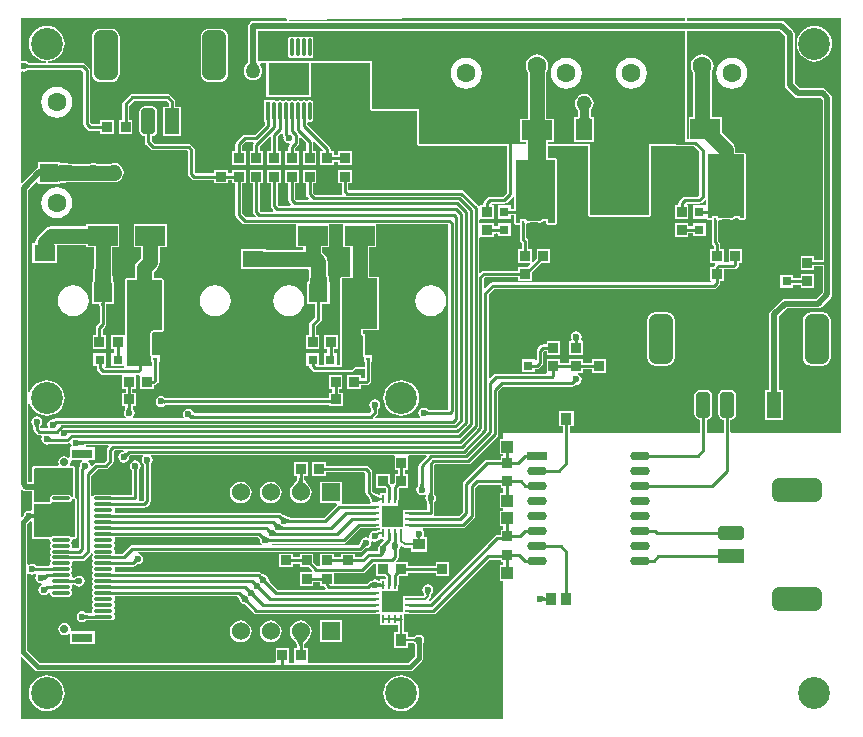
<source format=gtl>
G04*
G04 #@! TF.GenerationSoftware,Altium Limited,Altium Designer,18.1.6 (161)*
G04*
G04 Layer_Physical_Order=1*
G04 Layer_Color=255*
%FSLAX25Y25*%
%MOIN*%
G70*
G01*
G75*
%ADD13C,0.01000*%
%ADD16R,0.09843X0.06693*%
%ADD17R,0.03347X0.03347*%
%ADD18R,0.03347X0.03347*%
%ADD19R,0.03937X0.03543*%
%ADD20R,0.02953X0.00984*%
%ADD21R,0.00984X0.02953*%
%ADD22R,0.06496X0.06496*%
%ADD23R,0.01378X0.05906*%
G04:AMPARAMS|DCode=24|XSize=13.78mil|YSize=59.06mil|CornerRadius=3.45mil|HoleSize=0mil|Usage=FLASHONLY|Rotation=180.000|XOffset=0mil|YOffset=0mil|HoleType=Round|Shape=RoundedRectangle|*
%AMROUNDEDRECTD24*
21,1,0.01378,0.05217,0,0,180.0*
21,1,0.00689,0.05906,0,0,180.0*
1,1,0.00689,-0.00345,0.02608*
1,1,0.00689,0.00345,0.02608*
1,1,0.00689,0.00345,-0.02608*
1,1,0.00689,-0.00345,-0.02608*
%
%ADD24ROUNDEDRECTD24*%
%ADD25R,0.13780X0.11024*%
%ADD26R,0.03150X0.03150*%
G04:AMPARAMS|DCode=27|XSize=78.74mil|YSize=165.35mil|CornerRadius=19.68mil|HoleSize=0mil|Usage=FLASHONLY|Rotation=90.000|XOffset=0mil|YOffset=0mil|HoleType=Round|Shape=RoundedRectangle|*
%AMROUNDEDRECTD27*
21,1,0.07874,0.12598,0,0,90.0*
21,1,0.03937,0.16535,0,0,90.0*
1,1,0.03937,0.06299,0.01968*
1,1,0.03937,0.06299,-0.01968*
1,1,0.03937,-0.06299,-0.01968*
1,1,0.03937,-0.06299,0.01968*
%
%ADD27ROUNDEDRECTD27*%
%ADD28R,0.08661X0.04724*%
G04:AMPARAMS|DCode=29|XSize=47.24mil|YSize=86.61mil|CornerRadius=11.81mil|HoleSize=0mil|Usage=FLASHONLY|Rotation=90.000|XOffset=0mil|YOffset=0mil|HoleType=Round|Shape=RoundedRectangle|*
%AMROUNDEDRECTD29*
21,1,0.04724,0.06299,0,0,90.0*
21,1,0.02362,0.08661,0,0,90.0*
1,1,0.02362,0.03150,0.01181*
1,1,0.02362,0.03150,-0.01181*
1,1,0.02362,-0.03150,-0.01181*
1,1,0.02362,-0.03150,0.01181*
%
%ADD29ROUNDEDRECTD29*%
%ADD30R,0.03543X0.03937*%
%ADD31R,0.07087X0.05512*%
%ADD32R,0.07087X0.03150*%
%ADD33R,0.06299X0.01181*%
%ADD34O,0.06299X0.01181*%
G04:AMPARAMS|DCode=35|XSize=78.74mil|YSize=165.35mil|CornerRadius=19.68mil|HoleSize=0mil|Usage=FLASHONLY|Rotation=180.000|XOffset=0mil|YOffset=0mil|HoleType=Round|Shape=RoundedRectangle|*
%AMROUNDEDRECTD35*
21,1,0.07874,0.12598,0,0,180.0*
21,1,0.03937,0.16535,0,0,180.0*
1,1,0.03937,-0.01968,0.06299*
1,1,0.03937,0.01968,0.06299*
1,1,0.03937,0.01968,-0.06299*
1,1,0.03937,-0.01968,-0.06299*
%
%ADD35ROUNDEDRECTD35*%
%ADD36R,0.04724X0.08661*%
G04:AMPARAMS|DCode=37|XSize=47.24mil|YSize=86.61mil|CornerRadius=11.81mil|HoleSize=0mil|Usage=FLASHONLY|Rotation=180.000|XOffset=0mil|YOffset=0mil|HoleType=Round|Shape=RoundedRectangle|*
%AMROUNDEDRECTD37*
21,1,0.04724,0.06299,0,0,180.0*
21,1,0.02362,0.08661,0,0,180.0*
1,1,0.02362,-0.01181,0.03150*
1,1,0.02362,0.01181,0.03150*
1,1,0.02362,0.01181,-0.03150*
1,1,0.02362,-0.01181,-0.03150*
%
%ADD37ROUNDEDRECTD37*%
%ADD38O,0.06693X0.02992*%
%ADD39R,0.06693X0.02992*%
%ADD40R,0.06102X0.13583*%
%ADD41R,0.05512X0.07087*%
%ADD42R,0.04724X0.03937*%
%ADD43R,0.00984X0.01575*%
%ADD44R,0.03110X0.01181*%
%ADD45R,0.03150X0.03150*%
%ADD46R,0.03937X0.04724*%
%ADD47R,0.01575X0.00984*%
%ADD48R,0.01181X0.03110*%
%ADD49R,0.07000X0.08500*%
%ADD93R,0.03937X0.03937*%
%ADD94C,0.05000*%
%ADD95C,0.01500*%
%ADD96C,0.02000*%
%ADD97C,0.03000*%
%ADD98C,0.00800*%
%ADD99C,0.06000*%
%ADD100R,0.06000X0.06000*%
%ADD101C,0.06000*%
%ADD102C,0.06299*%
%ADD103R,0.06299X0.06299*%
%ADD104C,0.02756*%
%ADD105R,0.06299X0.06299*%
%ADD106C,0.10630*%
%ADD107C,0.05000*%
%ADD108C,0.02362*%
%ADD109C,0.01968*%
G36*
X212598Y224072D02*
X80788D01*
X80785Y224572D01*
X130725Y225256D01*
X212598Y225256D01*
Y224072D01*
D02*
G37*
G36*
X69768Y210983D02*
X69790Y210745D01*
X69828Y210517D01*
X69880Y210300D01*
X69948Y210094D01*
X70030Y209899D01*
X70128Y209715D01*
X70240Y209541D01*
X70368Y209378D01*
X70510Y209226D01*
X67010D01*
X67153Y209378D01*
X67280Y209541D01*
X67393Y209715D01*
X67490Y209899D01*
X67573Y210094D01*
X67640Y210300D01*
X67693Y210517D01*
X67730Y210745D01*
X67753Y210983D01*
X67760Y211231D01*
X69760D01*
X69768Y210983D01*
D02*
G37*
G36*
X-6604Y209768D02*
X-6531Y209713D01*
X-6452Y209664D01*
X-6367Y209621D01*
X-6277Y209585D01*
X-6180Y209556D01*
X-6078Y209533D01*
X-5970Y209517D01*
X-5855Y209507D01*
X-5735Y209504D01*
Y208504D01*
X-5855Y208500D01*
X-5970Y208490D01*
X-6078Y208474D01*
X-6180Y208451D01*
X-6277Y208422D01*
X-6367Y208386D01*
X-6452Y208343D01*
X-6531Y208294D01*
X-6604Y208239D01*
X-6671Y208177D01*
Y209830D01*
X-6604Y209768D01*
D02*
G37*
G36*
X79901Y225255D02*
X80178Y224865D01*
X80212Y224756D01*
X80136Y224568D01*
X80137Y224427D01*
X79784Y224072D01*
X68898D01*
X68273Y223948D01*
X67744Y223594D01*
X67607Y223457D01*
X67253Y222928D01*
X67129Y222304D01*
Y211291D01*
X67111Y211251D01*
X67104Y211023D01*
X67086Y210828D01*
X67056Y210647D01*
X67015Y210478D01*
X66964Y210322D01*
X66903Y210178D01*
X66832Y210044D01*
X66751Y209918D01*
X66659Y209800D01*
X66536Y209669D01*
X66510Y209600D01*
X66053Y209003D01*
X65740Y208249D01*
X65634Y207440D01*
X65740Y206631D01*
X66053Y205877D01*
X66549Y205229D01*
X67197Y204732D01*
X67951Y204420D01*
X68760Y204313D01*
X69570Y204420D01*
X70324Y204732D01*
X70971Y205229D01*
X71468Y205877D01*
X71781Y206631D01*
X71887Y207440D01*
X71781Y208249D01*
X71468Y209003D01*
X71102Y209481D01*
X71238Y209875D01*
X71249Y209888D01*
X71361Y209981D01*
X73219D01*
Y198613D01*
X88198D01*
Y209981D01*
X107618D01*
Y194882D01*
X107808Y194423D01*
X108268Y194232D01*
X123366D01*
Y183071D01*
X123556Y182612D01*
X124016Y182421D01*
X153406D01*
Y166803D01*
X152094Y165492D01*
X147638D01*
X147638Y165492D01*
X147209Y165406D01*
X146845Y165163D01*
X145861Y164179D01*
X145617Y163815D01*
X145532Y163386D01*
X145532Y163386D01*
Y162706D01*
X144380D01*
Y162519D01*
X143880Y162367D01*
X143757Y162552D01*
X143757Y162552D01*
X138930Y167379D01*
X138566Y167622D01*
X138136Y167707D01*
X138136Y167707D01*
X100611D01*
X100531Y167787D01*
Y169971D01*
X101683D01*
Y174517D01*
X97136D01*
Y169971D01*
X98288D01*
Y167323D01*
X98288Y167323D01*
X98373Y166894D01*
X98564Y166607D01*
X98417Y166107D01*
X89416D01*
X88720Y166803D01*
Y169971D01*
X89872D01*
Y174517D01*
X85325D01*
Y169971D01*
X86477D01*
Y166339D01*
X86477Y166339D01*
X86562Y165909D01*
X86805Y165545D01*
X87382Y164969D01*
X87190Y164507D01*
X83142D01*
X82815Y164835D01*
Y169971D01*
X83966D01*
Y174517D01*
X79420D01*
Y169971D01*
X80571D01*
Y164370D01*
X80571Y164370D01*
X80657Y163941D01*
X80900Y163577D01*
X81438Y163039D01*
X81231Y162539D01*
X77236D01*
X76909Y162866D01*
Y169971D01*
X78061D01*
Y174517D01*
X73514D01*
Y169971D01*
X74666D01*
Y162402D01*
X74666Y162402D01*
X74751Y161972D01*
X74994Y161609D01*
X75533Y161070D01*
X75325Y160570D01*
X71331D01*
X71003Y160898D01*
Y169971D01*
X72155D01*
Y174517D01*
X67609D01*
Y169971D01*
X68760D01*
Y160433D01*
X68760Y160433D01*
X68846Y160004D01*
X69089Y159640D01*
X69627Y159102D01*
X69420Y158602D01*
X66409D01*
X65098Y159913D01*
Y169971D01*
X66250D01*
Y174517D01*
X61703D01*
Y173366D01*
X60344D01*
Y174517D01*
X55798D01*
Y173366D01*
X49677D01*
X49350Y173693D01*
Y181102D01*
X49350Y181102D01*
X49264Y181532D01*
X49021Y181895D01*
X48037Y182880D01*
X47673Y183123D01*
X47244Y183208D01*
X47244Y183208D01*
X35898D01*
X34980Y184126D01*
Y185664D01*
X35039D01*
X35734Y185802D01*
X36323Y186196D01*
X36717Y186785D01*
X36855Y187480D01*
Y193780D01*
X36717Y194474D01*
X36323Y195064D01*
X35734Y195457D01*
X35039Y195596D01*
X32677D01*
X31982Y195457D01*
X31393Y195064D01*
X30999Y194474D01*
X30861Y193780D01*
Y187480D01*
X30999Y186785D01*
X31393Y186196D01*
X31982Y185802D01*
X32677Y185664D01*
X32737D01*
Y183661D01*
X32737Y183661D01*
X32822Y183232D01*
X33065Y182868D01*
X34640Y181294D01*
X34640Y181294D01*
X35004Y181050D01*
X35433Y180965D01*
X35433Y180965D01*
X46780D01*
X47107Y180638D01*
Y173228D01*
X47107Y173228D01*
X47192Y172799D01*
X47435Y172435D01*
X48419Y171451D01*
X48783Y171208D01*
X49213Y171123D01*
X49213Y171123D01*
X55798D01*
Y169971D01*
X60344D01*
Y171123D01*
X61703D01*
Y169971D01*
X62855D01*
Y159449D01*
X62855Y159449D01*
X62940Y159020D01*
X63183Y158656D01*
X65152Y156687D01*
X65152Y156687D01*
X65516Y156444D01*
X65945Y156359D01*
X65945Y156359D01*
X83061D01*
Y148613D01*
X85456D01*
Y147812D01*
X73041D01*
Y148041D01*
X64754D01*
Y141329D01*
X73041D01*
Y141558D01*
X86913D01*
X87399Y141058D01*
X87395Y140586D01*
X87345Y139011D01*
X87247Y137851D01*
X87184Y137448D01*
X87117Y137165D01*
X87105Y137135D01*
X86802D01*
Y136614D01*
X86764Y136523D01*
X86802Y136433D01*
Y129636D01*
X89367D01*
X89371Y129620D01*
X89386Y129526D01*
X89398Y129401D01*
X89402Y129231D01*
X89430Y129169D01*
Y125268D01*
X87790Y123628D01*
X87546Y123264D01*
X87461Y122835D01*
X87461Y122835D01*
Y119399D01*
X86309D01*
Y114853D01*
X90856D01*
Y119399D01*
X89704D01*
Y122370D01*
X91344Y124010D01*
X91344Y124010D01*
X91587Y124374D01*
X91673Y124803D01*
Y129169D01*
X91700Y129231D01*
X91705Y129401D01*
X91716Y129526D01*
X91732Y129620D01*
X91736Y129636D01*
X94301D01*
Y136433D01*
X94338Y136523D01*
X94301Y136614D01*
Y137135D01*
X93997D01*
X93986Y137165D01*
X93925Y137421D01*
X93707Y140598D01*
X93701Y141528D01*
X93678Y141581D01*
Y143780D01*
X93678Y143780D01*
X93571Y144589D01*
X93259Y145343D01*
X92762Y145991D01*
X91857Y146896D01*
X91857Y146896D01*
X91709Y147043D01*
Y148613D01*
X94104D01*
Y156359D01*
X98809D01*
Y148613D01*
X101204D01*
Y138917D01*
X98425D01*
X97966Y138727D01*
X97776Y138268D01*
Y109389D01*
X96663D01*
Y113395D01*
X95807D01*
Y114853D01*
X96958D01*
Y119399D01*
X92412D01*
Y114853D01*
X93563D01*
Y113395D01*
X92313D01*
Y109389D01*
X90758D01*
Y113395D01*
X86408D01*
Y109046D01*
X87502D01*
X87546Y108823D01*
X87790Y108459D01*
X88774Y107475D01*
X88774Y107475D01*
X89138Y107231D01*
X89567Y107146D01*
X101378D01*
X101378Y107146D01*
X101807Y107231D01*
X102171Y107475D01*
X102708Y108012D01*
X105965D01*
Y104980D01*
X104635D01*
Y106131D01*
X100089D01*
Y101585D01*
X104635D01*
Y102737D01*
X106614D01*
X106614Y102737D01*
X107043Y102822D01*
X107407Y103065D01*
X107880Y103538D01*
X107880Y103538D01*
X108123Y103902D01*
X108208Y104331D01*
X108208Y104331D01*
Y110424D01*
X108474D01*
Y111811D01*
Y112608D01*
X107235D01*
X107087Y112637D01*
X106939Y112608D01*
X105915D01*
Y112737D01*
Y117707D01*
Y119891D01*
X105278D01*
Y120020D01*
D01*
Y120801D01*
D01*
Y120930D01*
X110236D01*
X110695Y121121D01*
X110886Y121580D01*
Y138268D01*
X110695Y138727D01*
X110236Y138917D01*
X107457D01*
Y148613D01*
X109852D01*
Y156359D01*
X133712D01*
X133842Y156228D01*
Y94500D01*
X127526D01*
X127467Y94527D01*
X127462Y94525D01*
X127457Y94528D01*
X127357Y94530D01*
X127284Y94537D01*
X127222Y94547D01*
X127168Y94559D01*
X127124Y94573D01*
X127089Y94588D01*
X127060Y94604D01*
X127036Y94620D01*
X127015Y94636D01*
X126974Y94677D01*
X126934Y94694D01*
X126924Y94709D01*
X126335Y95103D01*
X125640Y95241D01*
X124945Y95103D01*
X124355Y94709D01*
X123962Y94120D01*
X123824Y93425D01*
X123962Y92730D01*
X124334Y92173D01*
X124298Y92005D01*
X124156Y91673D01*
X109641D01*
X109450Y92135D01*
X110143Y92829D01*
X110143Y92829D01*
X110387Y93192D01*
X110472Y93622D01*
Y94282D01*
X110500Y94343D01*
X110502Y94445D01*
X110509Y94519D01*
X110519Y94584D01*
X110531Y94640D01*
X110546Y94687D01*
X110561Y94727D01*
X110578Y94760D01*
X110595Y94787D01*
X110613Y94811D01*
X110653Y94855D01*
X110678Y94921D01*
X111028Y95445D01*
X111166Y96140D01*
X111028Y96835D01*
X110635Y97424D01*
X110045Y97818D01*
X109350Y97956D01*
X108655Y97818D01*
X108066Y97424D01*
X107673Y96835D01*
X107534Y96140D01*
X107673Y95445D01*
X108023Y94921D01*
X108047Y94855D01*
X108088Y94811D01*
X108106Y94787D01*
X108123Y94760D01*
X108140Y94727D01*
X108155Y94687D01*
X108170Y94640D01*
X108182Y94584D01*
X108192Y94519D01*
X108198Y94445D01*
X108201Y94343D01*
X108229Y94282D01*
Y94086D01*
X107503Y93361D01*
X49267D01*
X49262Y93364D01*
X49231Y93361D01*
X49166D01*
X49104Y93388D01*
X48999Y93391D01*
X48987Y93392D01*
X48916Y93745D01*
X48523Y94334D01*
X47934Y94728D01*
X47239Y94866D01*
X46544Y94728D01*
X45955Y94334D01*
X45561Y93745D01*
X45423Y93050D01*
X45561Y92355D01*
X45683Y92173D01*
X45415Y91673D01*
X28924D01*
X28773Y92173D01*
X28843Y92220D01*
X29237Y92809D01*
X29375Y93504D01*
X29237Y94199D01*
X28843Y94788D01*
X28686Y94893D01*
X28634Y94985D01*
X28690Y95469D01*
X28841Y95636D01*
X28932Y95679D01*
X29635D01*
Y100226D01*
X28484D01*
Y101585D01*
X29635D01*
X29635Y106131D01*
X30123Y106162D01*
X30512D01*
X30512Y106162D01*
X30721Y106204D01*
X31157Y105884D01*
X31191Y105826D01*
Y101585D01*
X35738D01*
Y102264D01*
X35748Y102737D01*
X36177Y102822D01*
X36541Y103065D01*
X37014Y103538D01*
X37014Y103538D01*
X37257Y103902D01*
X37342Y104331D01*
X37342Y104331D01*
Y110424D01*
X37608D01*
Y111221D01*
Y112608D01*
X36368D01*
X36220Y112637D01*
X36072Y112608D01*
X35049D01*
Y112737D01*
Y117707D01*
Y119660D01*
Y119790D01*
X35296Y120289D01*
X35320Y120289D01*
X35320Y120289D01*
X37097Y120284D01*
X38030Y120282D01*
X38030Y120282D01*
X38031Y120282D01*
X38256Y120374D01*
X38490Y120471D01*
X38490Y120471D01*
X38490Y120471D01*
X38844Y120824D01*
X38845Y120825D01*
X38845Y120825D01*
X38941Y121057D01*
X39035Y121283D01*
X39035Y121284D01*
X39035Y121284D01*
Y137795D01*
X38845Y138254D01*
X38386Y138445D01*
X35607D01*
Y140437D01*
X36660Y141490D01*
X37157Y142137D01*
X37469Y142892D01*
X37576Y143701D01*
X37576Y143701D01*
Y148613D01*
X39970D01*
Y156506D01*
X28928D01*
Y148613D01*
X31322D01*
Y144996D01*
X30269Y143943D01*
X29772Y143296D01*
X29460Y142542D01*
X29354Y141732D01*
X29354Y141732D01*
Y138445D01*
X26575D01*
X26116Y138254D01*
X25925Y137795D01*
Y119887D01*
X25895Y119399D01*
X25425Y119399D01*
X21349D01*
Y114853D01*
X22501D01*
Y113395D01*
X21447D01*
Y109046D01*
X25588D01*
X25717Y108905D01*
X25497Y108405D01*
X19508D01*
X19414Y108546D01*
X19681Y109046D01*
X19891D01*
Y113395D01*
X15542D01*
Y109046D01*
X16595D01*
Y108268D01*
X16595Y108268D01*
X16680Y107838D01*
X16924Y107475D01*
X17908Y106490D01*
X17908Y106490D01*
X18272Y106247D01*
X18701Y106162D01*
X18701Y106162D01*
X24602D01*
X25089Y106131D01*
X25089Y105662D01*
Y101585D01*
X26241D01*
Y100226D01*
X25089D01*
Y95679D01*
X26022D01*
X26212Y95198D01*
X26213Y95179D01*
X26204Y94984D01*
X26196Y94916D01*
X26184Y94847D01*
X26170Y94786D01*
X26154Y94733D01*
X26136Y94686D01*
X26117Y94645D01*
X26098Y94610D01*
X26063Y94558D01*
X26038Y94434D01*
X25881Y94199D01*
X25743Y93504D01*
X25881Y92809D01*
X26275Y92220D01*
X26345Y92173D01*
X26194Y91673D01*
X2953D01*
X2953Y91673D01*
X2523Y91587D01*
X2160Y91345D01*
X1969Y91383D01*
X1274Y91245D01*
X684Y90851D01*
X291Y90262D01*
X152Y89567D01*
X291Y88872D01*
X361Y88767D01*
X125Y88326D01*
X-1836D01*
X-1846Y88336D01*
X-2173Y88731D01*
X-2192Y88785D01*
X-2188Y88832D01*
X-2178Y88897D01*
X-2166Y88953D01*
X-2151Y89000D01*
X-2136Y89040D01*
X-2119Y89073D01*
X-2102Y89100D01*
X-2084Y89124D01*
X-2043Y89168D01*
X-2019Y89234D01*
X-1669Y89758D01*
X-1531Y90453D01*
X-1669Y91148D01*
X-2062Y91737D01*
X-2651Y92131D01*
X-3347Y92269D01*
X-4041Y92131D01*
X-4631Y91737D01*
X-5024Y91148D01*
X-5162Y90453D01*
X-5024Y89758D01*
X-4674Y89234D01*
X-4650Y89168D01*
X-4609Y89124D01*
X-4591Y89100D01*
X-4574Y89073D01*
X-4557Y89040D01*
X-4542Y89000D01*
X-4527Y88953D01*
X-4515Y88897D01*
X-4505Y88832D01*
X-4498Y88757D01*
X-4496Y88656D01*
X-4468Y88594D01*
Y87994D01*
X-4468Y87994D01*
X-4383Y87565D01*
X-4140Y87201D01*
X-3350Y86412D01*
X-3350Y86412D01*
X-2986Y86168D01*
X-2557Y86083D01*
X-1783D01*
X-1516Y85583D01*
X-1678Y85341D01*
X-1816Y84646D01*
X-1678Y83951D01*
X-1284Y83362D01*
X-695Y82968D01*
X0Y82830D01*
X695Y82968D01*
X808Y83043D01*
X901Y83052D01*
X954Y83081D01*
X993Y83098D01*
X1039Y83115D01*
X1084Y83129D01*
X1228Y83160D01*
X1289Y83168D01*
X1475Y83182D01*
X1577Y83184D01*
X1641Y83211D01*
X6850D01*
X6850Y83211D01*
X7280Y83297D01*
X7553Y83479D01*
X7576Y83479D01*
X7886Y83378D01*
X8068Y83257D01*
X8165Y82770D01*
X8281Y82596D01*
X8014Y82096D01*
X7668D01*
Y78723D01*
X7168Y78504D01*
X6677Y78832D01*
X5906Y78985D01*
X5134Y78832D01*
X4479Y78395D01*
X4042Y77740D01*
X3889Y76968D01*
X4028Y76267D01*
X3860Y75859D01*
X3811Y75770D01*
X-4003Y75857D01*
X-4005Y75857D01*
X-4007Y75857D01*
X-4234Y75765D01*
X-4465Y75672D01*
X-4465Y75670D01*
X-4467Y75670D01*
X-4823Y75318D01*
X-4824Y75316D01*
X-4825Y75316D01*
X-4920Y75087D01*
X-5016Y74860D01*
X-5015Y74858D01*
X-5016Y74856D01*
Y70529D01*
X-6111D01*
Y96472D01*
X-5611Y96546D01*
X-5491Y96151D01*
X-4942Y95123D01*
X-4203Y94222D01*
X-3302Y93483D01*
X-2275Y92934D01*
X-1159Y92596D01*
X0Y92482D01*
X1159Y92596D01*
X2275Y92934D01*
X3302Y93483D01*
X4203Y94222D01*
X4942Y95123D01*
X5491Y96151D01*
X5829Y97266D01*
X5944Y98425D01*
X5829Y99585D01*
X5491Y100700D01*
X4942Y101727D01*
X4203Y102628D01*
X3302Y103367D01*
X2275Y103916D01*
X1159Y104255D01*
X0Y104369D01*
X-1159Y104255D01*
X-2275Y103916D01*
X-3302Y103367D01*
X-4203Y102628D01*
X-4942Y101727D01*
X-5491Y100700D01*
X-5611Y100304D01*
X-6111Y100378D01*
Y167684D01*
X-3424Y170371D01*
X-2962Y170180D01*
Y169676D01*
X3835D01*
X3925Y169638D01*
X4015Y169676D01*
X4537D01*
Y169979D01*
X4567Y169991D01*
X4823Y170051D01*
X7999Y170270D01*
X8929Y170276D01*
X8983Y170298D01*
X22501D01*
X23310Y170405D01*
X24064Y170717D01*
X24711Y171214D01*
X25208Y171862D01*
X25521Y172616D01*
X25627Y173425D01*
X25614Y173524D01*
X25627Y173622D01*
X25521Y174431D01*
X25208Y175185D01*
X24711Y175833D01*
X24064Y176330D01*
X23310Y176642D01*
X22501Y176749D01*
X21691Y176642D01*
X21473Y176552D01*
X16500D01*
X16282Y176642D01*
X15473Y176749D01*
X14664Y176642D01*
X14446Y176552D01*
X8983D01*
X8929Y176575D01*
X7987Y176581D01*
X6413Y176631D01*
X5252Y176730D01*
X4850Y176793D01*
X4567Y176860D01*
X4537Y176871D01*
Y177175D01*
X4015D01*
X3925Y177212D01*
X3835Y177175D01*
X-2962D01*
Y175157D01*
X-3105Y175129D01*
X-3634Y174776D01*
X-8259Y170150D01*
X-8721Y170342D01*
Y207137D01*
X-8280Y207373D01*
X-8209Y207326D01*
X-7514Y207188D01*
X-6819Y207326D01*
X-6295Y207676D01*
X-6229Y207700D01*
X-6185Y207741D01*
X-6162Y207759D01*
X-6134Y207776D01*
X-6101Y207793D01*
X-6062Y207808D01*
X-6014Y207823D01*
X-5958Y207835D01*
X-5893Y207845D01*
X-5819Y207852D01*
X-5718Y207854D01*
X-5656Y207882D01*
X11480D01*
X12216Y207146D01*
Y189724D01*
X12216Y189724D01*
X12301Y189295D01*
X12544Y188931D01*
X13666Y187809D01*
X13666Y187809D01*
X14029Y187566D01*
X14459Y187481D01*
X14459Y187481D01*
X17865D01*
Y186409D01*
X22411D01*
Y190955D01*
X17865D01*
Y189724D01*
X14923D01*
X14459Y190188D01*
Y207611D01*
X14459Y207611D01*
X14373Y208040D01*
X14130Y208404D01*
X12738Y209797D01*
X12374Y210040D01*
X11945Y210125D01*
X11944Y210125D01*
X362D01*
X337Y210625D01*
X1159Y210706D01*
X2275Y211044D01*
X3302Y211594D01*
X4203Y212333D01*
X4942Y213233D01*
X5491Y214261D01*
X5829Y215376D01*
X5944Y216535D01*
X5829Y217695D01*
X5491Y218810D01*
X4942Y219837D01*
X4203Y220738D01*
X3302Y221477D01*
X2275Y222027D01*
X1159Y222365D01*
X0Y222479D01*
X-1159Y222365D01*
X-2275Y222027D01*
X-3302Y221477D01*
X-4203Y220738D01*
X-4942Y219837D01*
X-5491Y218810D01*
X-5829Y217695D01*
X-5944Y216535D01*
X-5829Y215376D01*
X-5491Y214261D01*
X-4942Y213233D01*
X-4203Y212333D01*
X-3302Y211594D01*
X-2275Y211044D01*
X-1159Y210706D01*
X-337Y210625D01*
X-362Y210125D01*
X-5656D01*
X-5718Y210153D01*
X-5819Y210156D01*
X-5893Y210162D01*
X-5958Y210172D01*
X-6014Y210184D01*
X-6062Y210199D01*
X-6101Y210214D01*
X-6134Y210231D01*
X-6162Y210248D01*
X-6185Y210266D01*
X-6229Y210307D01*
X-6295Y210331D01*
X-6819Y210681D01*
X-7514Y210820D01*
X-8209Y210681D01*
X-8280Y210634D01*
X-8721Y210870D01*
Y225256D01*
X79899Y225256D01*
X79901Y225255D01*
D02*
G37*
G36*
X3975Y176442D02*
X4125Y176333D01*
X4375Y176238D01*
X4725Y176155D01*
X5175Y176085D01*
X6375Y175983D01*
X7975Y175932D01*
X8925Y175925D01*
Y170925D01*
X7975Y170919D01*
X4725Y170696D01*
X4375Y170613D01*
X4125Y170517D01*
X3975Y170409D01*
X3925Y170288D01*
Y176563D01*
X3975Y176442D01*
D02*
G37*
G36*
X155847Y165433D02*
Y161555D01*
X154734D01*
Y162608D01*
X150384D01*
Y158258D01*
X154734D01*
Y159311D01*
X155847D01*
Y156693D01*
X156037Y156234D01*
X156496Y156044D01*
X157638D01*
Y151280D01*
X157638Y151279D01*
X157724Y150850D01*
X157967Y150487D01*
X158327Y150126D01*
Y147942D01*
X157176D01*
Y143396D01*
X161038D01*
X161230Y142934D01*
X160333Y142037D01*
X157176D01*
Y140885D01*
X145669D01*
X145240Y140800D01*
X144876Y140557D01*
X144876Y140557D01*
X144547Y140228D01*
X144085Y140419D01*
Y151680D01*
X144380Y152058D01*
X144585Y152058D01*
X148927D01*
Y153209D01*
X149409D01*
X149409Y153209D01*
X149839Y153295D01*
X149884Y153325D01*
X150384Y153141D01*
Y152353D01*
X154734D01*
Y156702D01*
X150384D01*
Y155649D01*
X149606D01*
X149606Y155649D01*
X149427Y155613D01*
X148960Y155930D01*
X148927Y155985D01*
Y156604D01*
X144585D01*
X144380Y156604D01*
X144085Y156982D01*
Y157782D01*
X144380Y158160D01*
X148927D01*
Y162706D01*
X148823D01*
X148556Y163206D01*
X148584Y163249D01*
X152559D01*
X152559Y163249D01*
X152988Y163334D01*
X153352Y163577D01*
X155321Y165545D01*
X155347Y165584D01*
X155847Y165433D01*
D02*
G37*
G36*
X212598Y183071D02*
X200787D01*
Y159449D01*
X181102D01*
Y183071D01*
X167017D01*
Y183652D01*
X168907D01*
Y191545D01*
X166513D01*
Y207093D01*
X166661Y207286D01*
X167039Y208198D01*
X167168Y209177D01*
X167039Y210156D01*
X166661Y211068D01*
X166060Y211851D01*
X165277Y212452D01*
X164365Y212830D01*
X163386Y212959D01*
X162407Y212830D01*
X161495Y212452D01*
X160712Y211851D01*
X160110Y211068D01*
X159733Y210156D01*
X159604Y209177D01*
X159733Y208198D01*
X160110Y207286D01*
X160259Y207093D01*
Y191545D01*
X157865D01*
Y183652D01*
X159755D01*
Y183071D01*
X124016D01*
Y194882D01*
X108268D01*
Y210630D01*
X88198D01*
Y210836D01*
X73219D01*
Y210630D01*
X70469D01*
X70465Y210647D01*
X70435Y210828D01*
X70416Y211023D01*
X70410Y211251D01*
X70392Y211291D01*
Y220810D01*
X212598D01*
Y183071D01*
D02*
G37*
G36*
X217524Y180496D02*
Y165961D01*
X217055Y165492D01*
X212598D01*
X212598Y165492D01*
X212169Y165406D01*
X211805Y165163D01*
X210821Y164179D01*
X210578Y163815D01*
X210493Y163386D01*
X210493Y163386D01*
Y162706D01*
X209341D01*
Y158160D01*
X213887D01*
Y162706D01*
X213784D01*
X213516Y163206D01*
X213545Y163249D01*
X217520D01*
X217520Y163249D01*
X217949Y163334D01*
X218313Y163577D01*
X219323Y164587D01*
X219780Y164438D01*
X219823Y164404D01*
Y163055D01*
X219694Y162608D01*
X215345D01*
Y158258D01*
X219694D01*
X220013Y158005D01*
X220472Y157815D01*
X221505D01*
X221615Y157681D01*
Y150295D01*
X221615Y150295D01*
X221700Y149866D01*
X221943Y149502D01*
X222304Y149142D01*
Y147942D01*
X221152D01*
Y143396D01*
X222599D01*
X222806Y142896D01*
X222632Y142722D01*
X222389Y142358D01*
X222325Y142037D01*
X221152D01*
Y137490D01*
X221256D01*
X221523Y136990D01*
X221495Y136948D01*
X148622D01*
X148193Y136863D01*
X147829Y136620D01*
X147829Y136620D01*
X146147Y134938D01*
X145685Y135129D01*
Y138194D01*
X146134Y138642D01*
X157176D01*
Y137491D01*
X161722D01*
Y140254D01*
X164864Y143396D01*
X167824D01*
Y147942D01*
X163278D01*
Y144982D01*
X162184Y143888D01*
X161722Y144080D01*
Y147942D01*
X160570D01*
Y150591D01*
X160570Y150591D01*
X160485Y151020D01*
X160242Y151384D01*
X159881Y151744D01*
Y156478D01*
X159892Y156502D01*
X160183Y156812D01*
X160354Y156880D01*
X164557D01*
X164727Y156950D01*
X164909Y156983D01*
X165304Y157238D01*
X165344Y157297D01*
X165410Y157325D01*
X165454Y157431D01*
X166486D01*
Y156693D01*
X166676Y156234D01*
X167135Y156044D01*
X169291D01*
X169750Y156234D01*
X169941Y156693D01*
Y177835D01*
X169750Y178294D01*
X169291Y178484D01*
X167017D01*
Y182421D01*
X180453D01*
Y159449D01*
X180643Y158990D01*
X181102Y158799D01*
X200787D01*
X201247Y158990D01*
X201437Y159449D01*
Y182421D01*
X212598D01*
X212605Y182424D01*
X215596D01*
X217524Y180496D01*
D02*
G37*
G36*
X232283Y158465D02*
X231112D01*
Y159069D01*
X228928D01*
Y158772D01*
X228533Y158517D01*
X224223D01*
X223828Y158772D01*
Y159069D01*
X221644D01*
Y158465D01*
X220472D01*
Y179606D01*
X232283D01*
Y158465D01*
D02*
G37*
G36*
X169291Y156693D02*
X167135D01*
Y158080D01*
X164951D01*
Y157784D01*
X164557Y157529D01*
X160247D01*
X159852Y157784D01*
Y158080D01*
X157668D01*
Y156841D01*
X157638Y156693D01*
X156496D01*
Y177835D01*
X169291D01*
Y156693D01*
D02*
G37*
G36*
X264627Y86902D02*
X228247Y86868D01*
X227893Y87221D01*
Y91176D01*
X227953D01*
X228648Y91314D01*
X229237Y91708D01*
X229630Y92297D01*
X229769Y92992D01*
Y99291D01*
X229630Y99986D01*
X229237Y100575D01*
X228648Y100969D01*
X227953Y101107D01*
X225591D01*
X224896Y100969D01*
X224307Y100575D01*
X223913Y99986D01*
X223775Y99291D01*
Y92992D01*
X223913Y92297D01*
X224307Y91708D01*
X224896Y91314D01*
X225591Y91176D01*
X225650D01*
Y86865D01*
X220373Y86860D01*
X220019Y87214D01*
Y91176D01*
X220079D01*
X220774Y91314D01*
X221363Y91708D01*
X221757Y92297D01*
X221895Y92992D01*
Y99291D01*
X221757Y99986D01*
X221363Y100575D01*
X220774Y100969D01*
X220079Y101107D01*
X217717D01*
X217022Y100969D01*
X216432Y100575D01*
X216039Y99986D01*
X215901Y99291D01*
Y92992D01*
X216039Y92297D01*
X216432Y91708D01*
X217022Y91314D01*
X217717Y91176D01*
X217776D01*
Y86858D01*
X174704Y86817D01*
X174350Y87170D01*
Y88967D01*
X175600D01*
Y94104D01*
X170857D01*
Y88967D01*
X172107D01*
Y86814D01*
X151939Y86795D01*
Y84751D01*
X150975D01*
Y79614D01*
X151939D01*
Y79045D01*
X151270D01*
Y77893D01*
X146653D01*
X146224Y77808D01*
X145861Y77565D01*
X145860Y77565D01*
X138971Y70675D01*
X138728Y70311D01*
X138642Y69882D01*
X138642Y69882D01*
Y60504D01*
X137331Y59192D01*
X129180D01*
X128912Y59692D01*
X128989Y59807D01*
X129074Y60236D01*
Y63102D01*
X129102Y63164D01*
X129105Y63265D01*
X129111Y63340D01*
X129121Y63405D01*
X129133Y63461D01*
X129148Y63508D01*
X129164Y63548D01*
X129180Y63581D01*
X129197Y63608D01*
X129215Y63632D01*
X129256Y63676D01*
X129280Y63741D01*
X129630Y64266D01*
X129769Y64961D01*
X129630Y65656D01*
X129280Y66180D01*
X129256Y66246D01*
X129215Y66290D01*
X129197Y66313D01*
X129180Y66341D01*
X129164Y66373D01*
X129148Y66413D01*
X129133Y66460D01*
X129121Y66516D01*
X129111Y66581D01*
X129105Y66656D01*
X129102Y66757D01*
X129074Y66819D01*
Y76013D01*
X129323Y76261D01*
X140466D01*
X140466Y76261D01*
X140895Y76346D01*
X141259Y76590D01*
X150157Y85487D01*
X150157Y85488D01*
X150400Y85851D01*
X150485Y86281D01*
Y100671D01*
X152039Y102225D01*
X175197D01*
X175197Y102225D01*
X175626Y102310D01*
X175873Y102476D01*
X176003Y102527D01*
X176084Y102606D01*
X176227Y102730D01*
X176272Y102765D01*
X176310Y102790D01*
X176332Y102802D01*
X176332Y102803D01*
X176347Y102807D01*
X176453Y102786D01*
X177147Y102924D01*
X177737Y103318D01*
X178130Y103907D01*
X178269Y104602D01*
X178130Y105297D01*
X177737Y105886D01*
X177147Y106280D01*
X177137Y106282D01*
X177186Y106782D01*
X178726D01*
Y107934D01*
X181782D01*
Y106782D01*
X186328D01*
Y111328D01*
X181782D01*
Y110177D01*
X178726D01*
Y111328D01*
X174179D01*
Y110177D01*
X171123D01*
Y111328D01*
X166577D01*
Y106782D01*
X166220Y106437D01*
X149606D01*
X149177Y106351D01*
X148813Y106108D01*
X148813Y106108D01*
X147747Y105042D01*
X147285Y105233D01*
Y132904D01*
X149087Y134705D01*
X222441D01*
X222441Y134705D01*
X222870Y134791D01*
X223234Y135034D01*
X224218Y136018D01*
X224461Y136382D01*
X224547Y136811D01*
X224547Y136811D01*
Y137490D01*
X225698D01*
Y141416D01*
X229151D01*
X229151Y141415D01*
X229580Y141501D01*
X229944Y141744D01*
X230338Y142138D01*
X230581Y142501D01*
X230666Y142931D01*
X230695Y143396D01*
X231801D01*
Y147942D01*
X227254D01*
Y143658D01*
X225698D01*
Y147942D01*
X224547D01*
Y149606D01*
X224547Y149606D01*
X224461Y150036D01*
X224218Y150399D01*
X223858Y150760D01*
Y157466D01*
X223868Y157491D01*
X224159Y157800D01*
X224330Y157868D01*
X228533D01*
X228704Y157939D01*
X228885Y157972D01*
X229280Y158226D01*
X229321Y158285D01*
X229387Y158313D01*
X229431Y158419D01*
X230481D01*
X230653Y158005D01*
X231112Y157815D01*
X232283D01*
X232743Y158005D01*
X232933Y158465D01*
Y179606D01*
X232743Y180066D01*
X232283Y180256D01*
X229505D01*
Y181102D01*
X229505Y181102D01*
X229451Y181507D01*
X229398Y181912D01*
X229086Y182666D01*
X228589Y183313D01*
X225009Y186893D01*
Y191939D01*
X221631D01*
Y207093D01*
X221779Y207286D01*
X222157Y208198D01*
X222286Y209177D01*
X222157Y210156D01*
X221779Y211068D01*
X221178Y211851D01*
X220395Y212452D01*
X219483Y212830D01*
X218504Y212959D01*
X217525Y212830D01*
X216613Y212452D01*
X215830Y211851D01*
X215229Y211068D01*
X214851Y210156D01*
X214722Y209177D01*
X214851Y208198D01*
X215229Y207286D01*
X215377Y207093D01*
Y191939D01*
X213967D01*
Y184667D01*
X213248D01*
Y220810D01*
X244209D01*
X246006Y219012D01*
Y202756D01*
X246131Y202132D01*
X246484Y201602D01*
X249240Y198846D01*
X249769Y198493D01*
X250394Y198369D01*
X257986D01*
X258605Y197749D01*
Y144581D01*
X255817D01*
Y145733D01*
X251270D01*
Y141186D01*
X255817D01*
Y142338D01*
X258605D01*
Y133747D01*
X256411Y131553D01*
X246063D01*
X245439Y131428D01*
X244910Y131075D01*
X241366Y127532D01*
X241013Y127002D01*
X240888Y126378D01*
Y101073D01*
X239558D01*
Y91211D01*
X245482D01*
Y101073D01*
X244151D01*
Y125702D01*
X246739Y128290D01*
X257087D01*
X257711Y128414D01*
X258240Y128768D01*
X261390Y131917D01*
X261743Y132447D01*
X261868Y133071D01*
Y143701D01*
Y198425D01*
X261743Y199049D01*
X261390Y199579D01*
X259815Y201153D01*
X259286Y201507D01*
X258661Y201631D01*
X251069D01*
X249269Y203432D01*
Y219688D01*
X249145Y220312D01*
X248791Y220841D01*
X246038Y223594D01*
X245509Y223948D01*
X244884Y224072D01*
X213248D01*
Y225256D01*
X264627D01*
Y86902D01*
D02*
G37*
G36*
X93058Y140573D02*
X93281Y137323D01*
X93364Y136973D01*
X93459Y136723D01*
X93568Y136573D01*
X93689Y136523D01*
X87414D01*
X87535Y136573D01*
X87643Y136723D01*
X87739Y136973D01*
X87822Y137323D01*
X87892Y137773D01*
X87994Y138973D01*
X88045Y140573D01*
X88051Y141523D01*
X93051D01*
X93058Y140573D01*
D02*
G37*
G36*
X91456Y130238D02*
X91371Y130208D01*
X91296Y130158D01*
X91231Y130088D01*
X91176Y129998D01*
X91131Y129888D01*
X91096Y129758D01*
X91071Y129608D01*
X91056Y129438D01*
X91051Y129248D01*
X90051D01*
X90046Y129438D01*
X90031Y129608D01*
X90006Y129758D01*
X89971Y129888D01*
X89926Y129998D01*
X89871Y130088D01*
X89806Y130158D01*
X89731Y130208D01*
X89646Y130238D01*
X89551Y130248D01*
X91551D01*
X91456Y130238D01*
D02*
G37*
G36*
X38386Y121284D02*
X38032Y120931D01*
X35298Y120938D01*
X35197Y120897D01*
X35088Y120904D01*
X34976Y120806D01*
X34838Y120749D01*
X34796Y120649D01*
X34714Y120577D01*
X34467Y120078D01*
X34457Y119928D01*
X34399Y119790D01*
Y117707D01*
Y112608D01*
X34590Y112149D01*
X34833Y112048D01*
Y110424D01*
X35099D01*
Y109252D01*
X26575D01*
Y137795D01*
X38386D01*
Y121284D01*
D02*
G37*
G36*
X110236Y121580D02*
X105278D01*
X104818Y121389D01*
X104628Y120930D01*
Y119891D01*
X104818Y119432D01*
X105265Y119247D01*
Y117707D01*
Y112608D01*
X105456Y112149D01*
X105699Y112048D01*
Y110424D01*
X105965D01*
Y108661D01*
X98425D01*
Y138268D01*
X110236D01*
Y121580D01*
D02*
G37*
G36*
X176267Y103436D02*
X176217Y103438D01*
X176163Y103430D01*
X176103Y103412D01*
X176039Y103383D01*
X175970Y103344D01*
X175896Y103294D01*
X175817Y103235D01*
X175644Y103084D01*
X175550Y102993D01*
X174843Y103700D01*
X174934Y103794D01*
X175085Y103966D01*
X175145Y104045D01*
X175194Y104119D01*
X175233Y104189D01*
X175262Y104253D01*
X175280Y104312D01*
X175288Y104367D01*
X175286Y104417D01*
X176267Y103436D01*
D02*
G37*
G36*
X110115Y95229D02*
X110059Y95157D01*
X110011Y95078D01*
X109968Y94993D01*
X109932Y94902D01*
X109903Y94806D01*
X109880Y94704D01*
X109863Y94595D01*
X109854Y94481D01*
X109850Y94361D01*
X108850D01*
X108847Y94481D01*
X108837Y94595D01*
X108821Y94704D01*
X108798Y94806D01*
X108769Y94902D01*
X108733Y94993D01*
X108690Y95078D01*
X108641Y95157D01*
X108586Y95229D01*
X108524Y95296D01*
X110177D01*
X110115Y95229D01*
D02*
G37*
G36*
X27866Y95233D02*
X27877Y95120D01*
X27896Y95013D01*
X27922Y94915D01*
X27955Y94823D01*
X27996Y94738D01*
X28044Y94661D01*
X28100Y94591D01*
X28163Y94529D01*
X28234Y94473D01*
X26603Y94198D01*
X26653Y94272D01*
X26697Y94351D01*
X26735Y94435D01*
X26769Y94524D01*
X26798Y94618D01*
X26821Y94718D01*
X26839Y94822D01*
X26852Y94932D01*
X26862Y95166D01*
X27862Y95354D01*
X27866Y95233D01*
D02*
G37*
G36*
X126580Y94153D02*
X126650Y94096D01*
X126727Y94045D01*
X126810Y94001D01*
X126900Y93963D01*
X126995Y93933D01*
X127097Y93909D01*
X127205Y93892D01*
X127319Y93882D01*
X127439Y93879D01*
X127395Y92879D01*
X127275Y92875D01*
X127161Y92866D01*
X127052Y92850D01*
X126949Y92829D01*
X126852Y92800D01*
X126760Y92766D01*
X126674Y92725D01*
X126594Y92678D01*
X126519Y92625D01*
X126450Y92566D01*
X126515Y94218D01*
X126580Y94153D01*
D02*
G37*
G36*
X48427Y93009D02*
X48448Y92952D01*
X48482Y92902D01*
X48529Y92859D01*
X48590Y92822D01*
X48663Y92792D01*
X48749Y92769D01*
X48849Y92752D01*
X48961Y92742D01*
X49087Y92739D01*
X48806Y91739D01*
X47439Y91886D01*
X48420Y93072D01*
X48427Y93009D01*
D02*
G37*
G36*
X-2582Y89542D02*
X-2637Y89469D01*
X-2686Y89391D01*
X-2729Y89306D01*
X-2765Y89215D01*
X-2794Y89119D01*
X-2817Y89016D01*
X-2833Y88908D01*
X-2843Y88794D01*
X-2847Y88674D01*
X-3847D01*
X-3850Y88794D01*
X-3859Y88908D01*
X-3876Y89016D01*
X-3899Y89119D01*
X-3928Y89215D01*
X-3964Y89306D01*
X-4007Y89391D01*
X-4056Y89469D01*
X-4111Y89542D01*
X-4173Y89609D01*
X-2520D01*
X-2582Y89542D01*
D02*
G37*
G36*
X7772Y86846D02*
X7648Y86842D01*
X7535Y86831D01*
X7435Y86813D01*
X7348Y86788D01*
X7272Y86756D01*
X7209Y86717D01*
X7158Y86670D01*
X7120Y86616D01*
X7094Y86555D01*
X7080Y86488D01*
X6171Y87765D01*
X7542Y87846D01*
X7772Y86846D01*
D02*
G37*
G36*
X1079Y85146D02*
X1135Y85080D01*
X1198Y85022D01*
X1270Y84972D01*
X1350Y84930D01*
X1439Y84895D01*
X1535Y84868D01*
X1640Y84848D01*
X1753Y84837D01*
X1875Y84833D01*
X1566Y83833D01*
X1445Y83831D01*
X1220Y83814D01*
X1115Y83800D01*
X921Y83758D01*
X832Y83731D01*
X748Y83700D01*
X668Y83665D01*
X595Y83625D01*
X1032Y85220D01*
X1079Y85146D01*
D02*
G37*
G36*
X10753Y84229D02*
X10826Y84174D01*
X10905Y84125D01*
X10989Y84082D01*
X11080Y84046D01*
X11176Y84017D01*
X11279Y83994D01*
X11387Y83978D01*
X11501Y83968D01*
X11621Y83965D01*
Y82965D01*
X11501Y82961D01*
X11387Y82951D01*
X11279Y82935D01*
X11176Y82912D01*
X11080Y82883D01*
X10989Y82847D01*
X10905Y82804D01*
X10826Y82755D01*
X10753Y82700D01*
X10686Y82638D01*
Y84291D01*
X10753Y84229D01*
D02*
G37*
G36*
X27202Y79644D02*
X27119Y79557D01*
X27046Y79470D01*
X26981Y79381D01*
X26924Y79293D01*
X26877Y79204D01*
X26838Y79114D01*
X26808Y79024D01*
X26787Y78934D01*
X26775Y78843D01*
X26772Y78752D01*
X25602Y79921D01*
X25694Y79925D01*
X25785Y79937D01*
X25875Y79958D01*
X25965Y79988D01*
X26054Y80027D01*
X26143Y80074D01*
X26232Y80130D01*
X26320Y80195D01*
X26408Y80269D01*
X26495Y80351D01*
X27202Y79644D01*
D02*
G37*
G36*
X20574Y82199D02*
X20366Y81991D01*
X20123Y81628D01*
X20038Y81198D01*
X20038Y81198D01*
Y77726D01*
X19220Y76909D01*
X16555D01*
X16555Y76909D01*
X16126Y76824D01*
X15762Y76581D01*
X15762Y76580D01*
X15096Y75914D01*
X14553Y76079D01*
X14473Y76482D01*
X14079Y77071D01*
X13817Y77246D01*
X13969Y77746D01*
X15954D01*
Y82096D01*
X13197D01*
X12946Y82596D01*
X12994Y82661D01*
X20382D01*
X20574Y82199D01*
D02*
G37*
G36*
X34229Y76845D02*
X34174Y76772D01*
X34125Y76694D01*
X34082Y76609D01*
X34046Y76518D01*
X34017Y76422D01*
X33994Y76320D01*
X33978Y76211D01*
X33968Y76097D01*
X33965Y75977D01*
X32965D01*
X32961Y76097D01*
X32952Y76211D01*
X32935Y76320D01*
X32912Y76422D01*
X32883Y76518D01*
X32847Y76609D01*
X32804Y76694D01*
X32755Y76772D01*
X32700Y76845D01*
X32638Y76912D01*
X34291D01*
X34229Y76845D01*
D02*
G37*
G36*
X30354Y74944D02*
X30292Y74877D01*
X30237Y74804D01*
X30188Y74725D01*
X30145Y74641D01*
X30109Y74550D01*
X30080Y74454D01*
X30057Y74351D01*
X30041Y74243D01*
X30031Y74129D01*
X30027Y74009D01*
X29028Y74009D01*
X29024Y74129D01*
X29014Y74243D01*
X28998Y74351D01*
X28975Y74454D01*
X28946Y74550D01*
X28910Y74641D01*
X28867Y74725D01*
X28818Y74804D01*
X28763Y74877D01*
X28701Y74944D01*
X30354Y74944D01*
D02*
G37*
G36*
X115935Y79045D02*
Y74498D01*
X117087D01*
Y73139D01*
X115935D01*
Y70179D01*
X115480Y69723D01*
X115292Y69675D01*
X115023D01*
X114835Y69723D01*
X114380Y70179D01*
Y73139D01*
X109833D01*
Y68593D01*
X112793D01*
X113052Y68335D01*
Y66742D01*
X111113D01*
Y66358D01*
X110958Y66249D01*
X110613Y66136D01*
X110119Y66466D01*
X109501Y66589D01*
X109437Y66618D01*
X109377Y66621D01*
X109348Y66625D01*
X109316Y66632D01*
X109281Y66644D01*
X109242Y66660D01*
X109199Y66684D01*
X109150Y66715D01*
X109097Y66754D01*
X109040Y66802D01*
X108967Y66871D01*
X108903Y66896D01*
X108405Y67394D01*
Y73819D01*
X108405Y73819D01*
X108320Y74248D01*
X108077Y74612D01*
X107092Y75596D01*
X106728Y75839D01*
X106299Y75925D01*
X106299Y75925D01*
X93021D01*
Y77076D01*
X88475D01*
Y72530D01*
X93021D01*
Y73682D01*
X105835D01*
X106162Y73354D01*
Y66929D01*
X106162Y66929D01*
X106247Y66500D01*
X106490Y66136D01*
X107317Y65309D01*
X107341Y65246D01*
X107411Y65173D01*
X107459Y65115D01*
X107498Y65062D01*
X107529Y65014D01*
X107552Y64970D01*
X107569Y64931D01*
X107581Y64896D01*
X107588Y64865D01*
X107592Y64836D01*
X107594Y64776D01*
X107624Y64712D01*
X107747Y64093D01*
X108056Y63629D01*
X107870Y63129D01*
X98663D01*
X98246Y63329D01*
X98246Y63629D01*
Y70529D01*
X91046D01*
Y63329D01*
X96538D01*
X96690Y62829D01*
X96648Y62801D01*
X96648Y62801D01*
X92433Y58586D01*
X80977D01*
X80915Y58614D01*
X80814Y58617D01*
X80739Y58623D01*
X80674Y58633D01*
X80618Y58646D01*
X80571Y58660D01*
X80531Y58676D01*
X80498Y58692D01*
X80471Y58709D01*
X80447Y58727D01*
X80403Y58768D01*
X80338Y58792D01*
X79813Y59143D01*
X79195Y59266D01*
X79131Y59295D01*
X79071Y59297D01*
X79042Y59301D01*
X79010Y59308D01*
X78976Y59320D01*
X78937Y59337D01*
X78893Y59360D01*
X78844Y59391D01*
X78791Y59430D01*
X78734Y59478D01*
X78661Y59548D01*
X78597Y59572D01*
X78321Y59848D01*
X77957Y60091D01*
X77528Y60177D01*
X77528Y60177D01*
X22878D01*
X22602Y60677D01*
X22671Y61024D01*
X22602Y61370D01*
X22878Y61870D01*
X32480D01*
X32480Y61870D01*
X32909Y61956D01*
X33273Y62199D01*
X34258Y63183D01*
X34258Y63183D01*
X34501Y63547D01*
X34586Y63976D01*
X34586Y63976D01*
Y75898D01*
X34614Y75959D01*
X34617Y76061D01*
X34623Y76135D01*
X34633Y76200D01*
X34645Y76256D01*
X34660Y76303D01*
X34675Y76343D01*
X34692Y76376D01*
X34709Y76403D01*
X34727Y76427D01*
X34768Y76471D01*
X34792Y76537D01*
X35142Y77061D01*
X35280Y77756D01*
X35142Y78451D01*
X34801Y78961D01*
X34891Y79262D01*
X35018Y79461D01*
X115733D01*
X115935Y79045D01*
D02*
G37*
G36*
X125503Y69572D02*
X125513Y69458D01*
X125529Y69350D01*
X125552Y69247D01*
X125582Y69151D01*
X125618Y69060D01*
X125660Y68976D01*
X125709Y68897D01*
X125765Y68824D01*
X125827Y68757D01*
X124173D01*
X124235Y68824D01*
X124291Y68897D01*
X124340Y68976D01*
X124382Y69060D01*
X124418Y69151D01*
X124448Y69247D01*
X124471Y69350D01*
X124487Y69458D01*
X124497Y69572D01*
X124500Y69692D01*
X125500D01*
X125503Y69572D01*
D02*
G37*
G36*
X128456Y66619D02*
X128466Y66505D01*
X128482Y66397D01*
X128505Y66294D01*
X128534Y66198D01*
X128570Y66107D01*
X128613Y66023D01*
X128662Y65944D01*
X128717Y65871D01*
X128779Y65804D01*
X127126D01*
X127188Y65871D01*
X127244Y65944D01*
X127293Y66023D01*
X127335Y66107D01*
X127371Y66198D01*
X127401Y66294D01*
X127423Y66397D01*
X127440Y66505D01*
X127450Y66619D01*
X127453Y66739D01*
X128453D01*
X128456Y66619D01*
D02*
G37*
G36*
X5134Y75105D02*
X5906Y74952D01*
X6595Y75089D01*
X8858Y75064D01*
Y65578D01*
X8644Y65506D01*
X8358Y65495D01*
X8142Y65819D01*
X7748Y66082D01*
X7283Y66174D01*
X2165D01*
X1701Y66082D01*
X1307Y65819D01*
X1044Y65425D01*
X951Y64961D01*
X1044Y64496D01*
X1185Y64284D01*
X951Y63784D01*
X-4366D01*
X-4366Y74856D01*
X-4011Y75208D01*
X5134Y75105D01*
D02*
G37*
G36*
X9318Y64728D02*
X9434Y64621D01*
X9434Y52051D01*
X8124D01*
X7748Y52302D01*
X7283Y52395D01*
X2165D01*
X1701Y52302D01*
X1324Y52051D01*
X-4366D01*
Y58541D01*
X-4469Y58526D01*
X-4572Y58503D01*
X-4668Y58473D01*
X-4759Y58437D01*
X-4843Y58395D01*
X-4922Y58346D01*
X-4995Y58290D01*
X-5062Y58228D01*
Y59882D01*
X-4995Y59820D01*
X-4922Y59764D01*
X-4843Y59715D01*
X-4759Y59673D01*
X-4668Y59637D01*
X-4572Y59607D01*
X-4469Y59584D01*
X-4366Y59569D01*
Y63135D01*
X951D01*
X1057Y63179D01*
X1172Y63174D01*
X1278Y63270D01*
X1410Y63325D01*
X1449Y63418D01*
X1459Y63436D01*
X1539Y63509D01*
X1681Y63811D01*
X1696Y63838D01*
X1701Y63839D01*
X2165Y63747D01*
X7283D01*
X7748Y63839D01*
X8142Y64102D01*
X8405Y64496D01*
X8475Y64850D01*
X8669Y64857D01*
X8756Y64897D01*
X8852Y64890D01*
X8934Y64918D01*
X9318Y64728D01*
D02*
G37*
G36*
X108607Y66317D02*
X108695Y66243D01*
X108783Y66178D01*
X108871Y66122D01*
X108960Y66075D01*
X109050Y66036D01*
X109140Y66006D01*
X109230Y65985D01*
X109321Y65973D01*
X109412Y65969D01*
X108243Y64800D01*
X108240Y64891D01*
X108227Y64982D01*
X108206Y65073D01*
X108177Y65163D01*
X108138Y65252D01*
X108090Y65341D01*
X108034Y65430D01*
X107969Y65518D01*
X107896Y65605D01*
X107813Y65693D01*
X108520Y66400D01*
X108607Y66317D01*
D02*
G37*
G36*
X25096Y81061D02*
X25540D01*
X25578Y80570D01*
X25514Y80541D01*
X24896Y80418D01*
X24306Y80024D01*
X23913Y79435D01*
X23775Y78740D01*
X23913Y78045D01*
X24306Y77456D01*
X24896Y77062D01*
X25591Y76924D01*
X26285Y77062D01*
X26875Y77456D01*
X27268Y78045D01*
X27391Y78664D01*
X27421Y78727D01*
X27423Y78787D01*
X27427Y78817D01*
X27434Y78848D01*
X27446Y78883D01*
X27463Y78922D01*
X27486Y78966D01*
X27517Y79014D01*
X27556Y79067D01*
X27604Y79124D01*
X27673Y79198D01*
X27698Y79261D01*
X27898Y79461D01*
X31911D01*
X32039Y79262D01*
X32128Y78961D01*
X31787Y78451D01*
X31649Y77756D01*
X31787Y77061D01*
X32137Y76537D01*
X32161Y76471D01*
X32202Y76427D01*
X32220Y76403D01*
X32237Y76376D01*
X32254Y76343D01*
X32269Y76304D01*
X32284Y76256D01*
X32296Y76200D01*
X32306Y76135D01*
X32313Y76061D01*
X32315Y75959D01*
X32343Y75898D01*
Y64441D01*
X32016Y64114D01*
X30886D01*
X30729Y64317D01*
X30580Y64614D01*
X30649Y64961D01*
Y73929D01*
X30677Y73991D01*
X30679Y74092D01*
X30686Y74167D01*
X30696Y74232D01*
X30708Y74288D01*
X30723Y74335D01*
X30738Y74375D01*
X30755Y74407D01*
X30772Y74435D01*
X30790Y74458D01*
X30831Y74502D01*
X30855Y74568D01*
X31205Y75092D01*
X31343Y75787D01*
X31205Y76482D01*
X30812Y77071D01*
X30222Y77465D01*
X29528Y77603D01*
X28833Y77465D01*
X28243Y77071D01*
X27850Y76482D01*
X27712Y75787D01*
X27850Y75092D01*
X28200Y74568D01*
X28224Y74503D01*
X28265Y74458D01*
X28283Y74435D01*
X28300Y74408D01*
X28317Y74375D01*
X28332Y74335D01*
X28347Y74288D01*
X28359Y74232D01*
X28369Y74167D01*
X28376Y74092D01*
X28378Y73991D01*
X28406Y73929D01*
Y66082D01*
X21921D01*
X21457Y66174D01*
X16339D01*
X15874Y66082D01*
X15480Y65819D01*
X15401Y65700D01*
X14901Y65852D01*
Y72548D01*
X17019Y74666D01*
X19685D01*
X19685Y74666D01*
X20114Y74751D01*
X20478Y74994D01*
X21952Y76468D01*
X21952Y76468D01*
X22195Y76832D01*
X22281Y77261D01*
X22281Y77262D01*
Y80734D01*
X22608Y81061D01*
X25096D01*
X25096Y81061D01*
D02*
G37*
G36*
X110424Y65436D02*
X110503Y65358D01*
X110586Y65289D01*
X110673Y65230D01*
X110764Y65180D01*
X110859Y65139D01*
X110958Y65106D01*
X111062Y65084D01*
X111169Y65070D01*
X111281Y65065D01*
X111192Y64265D01*
X111083Y64262D01*
X110976Y64250D01*
X110871Y64231D01*
X110767Y64203D01*
X110665Y64169D01*
X110564Y64126D01*
X110465Y64076D01*
X110367Y64018D01*
X110271Y63952D01*
X110177Y63878D01*
X110349Y65523D01*
X110424Y65436D01*
D02*
G37*
G36*
X128717Y64050D02*
X128662Y63977D01*
X128613Y63898D01*
X128570Y63814D01*
X128534Y63723D01*
X128505Y63627D01*
X128482Y63524D01*
X128466Y63416D01*
X128456Y63302D01*
X128453Y63182D01*
X127453D01*
X127450Y63302D01*
X127440Y63416D01*
X127423Y63524D01*
X127401Y63627D01*
X127371Y63723D01*
X127335Y63814D01*
X127293Y63898D01*
X127244Y63977D01*
X127188Y64050D01*
X127126Y64117D01*
X128779D01*
X128717Y64050D01*
D02*
G37*
G36*
X-8043Y67744D02*
X-7514Y67390D01*
X-6890Y67266D01*
X-5016D01*
Y63784D01*
X-4881Y63460D01*
X-5016Y63135D01*
Y61158D01*
X-5516Y60794D01*
X-5906Y60871D01*
X-6600Y60733D01*
X-7190Y60339D01*
X-7583Y59750D01*
X-7670Y59313D01*
X-7964Y58977D01*
X-8044Y58896D01*
X-8221Y58846D01*
X-8721Y59196D01*
Y67768D01*
X-8259Y67960D01*
X-8043Y67744D01*
D02*
G37*
G36*
X78301Y58994D02*
X78389Y58920D01*
X78477Y58855D01*
X78566Y58799D01*
X78655Y58751D01*
X78744Y58713D01*
X78834Y58683D01*
X78925Y58662D01*
X79015Y58649D01*
X79107Y58646D01*
X77937Y57477D01*
X77934Y57568D01*
X77922Y57659D01*
X77901Y57749D01*
X77871Y57839D01*
X77832Y57929D01*
X77785Y58018D01*
X77728Y58106D01*
X77663Y58194D01*
X77590Y58282D01*
X77507Y58369D01*
X78214Y59076D01*
X78301Y58994D01*
D02*
G37*
G36*
X-5917Y57874D02*
X-5943Y57869D01*
X-5976Y57854D01*
X-6017Y57830D01*
X-6066Y57795D01*
X-6186Y57696D01*
X-6338Y57557D01*
X-6521Y57379D01*
X-7582Y58439D01*
X-7488Y58535D01*
X-7131Y58944D01*
X-7106Y58985D01*
X-7091Y59018D01*
X-7087Y59043D01*
X-5917Y57874D01*
D02*
G37*
G36*
X80029Y58230D02*
X80102Y58174D01*
X80181Y58125D01*
X80265Y58082D01*
X80356Y58047D01*
X80452Y58017D01*
X80555Y57994D01*
X80663Y57978D01*
X80777Y57968D01*
X80897Y57965D01*
Y56965D01*
X80777Y56962D01*
X80663Y56952D01*
X80555Y56936D01*
X80452Y56913D01*
X80356Y56883D01*
X80265Y56847D01*
X80181Y56805D01*
X80102Y56756D01*
X80029Y56700D01*
X79962Y56638D01*
Y58292D01*
X80029Y58230D01*
D02*
G37*
G36*
X126626Y78999D02*
X124207Y76581D01*
X123964Y76217D01*
X123878Y75787D01*
X123878Y75787D01*
Y69772D01*
X123851Y69710D01*
X123848Y69609D01*
X123842Y69534D01*
X123832Y69469D01*
X123819Y69413D01*
X123805Y69366D01*
X123789Y69326D01*
X123773Y69293D01*
X123756Y69266D01*
X123738Y69242D01*
X123697Y69198D01*
X123672Y69133D01*
X123322Y68608D01*
X123184Y67913D01*
X123322Y67218D01*
X123716Y66629D01*
X124305Y66236D01*
X125000Y66097D01*
X125695Y66236D01*
X125983Y66428D01*
X126007Y66430D01*
X126523Y66188D01*
X126548Y66063D01*
X126275Y65656D01*
X126137Y64961D01*
X126275Y64266D01*
X126625Y63741D01*
X126650Y63676D01*
X126690Y63632D01*
X126708Y63608D01*
X126725Y63581D01*
X126742Y63548D01*
X126758Y63508D01*
X126772Y63461D01*
X126785Y63405D01*
X126794Y63340D01*
X126801Y63265D01*
X126804Y63164D01*
X126831Y63102D01*
Y61161D01*
X120768D01*
X120620Y61132D01*
X118691D01*
Y58947D01*
Y55521D01*
X111624D01*
Y58947D01*
Y62589D01*
X117234D01*
Y64517D01*
X117263Y64665D01*
Y68335D01*
X117522Y68593D01*
X120482D01*
Y73139D01*
X119330D01*
Y74498D01*
X120482D01*
Y79045D01*
X120684Y79461D01*
X126434D01*
X126626Y78999D01*
D02*
G37*
G36*
X76207Y56899D02*
X76294Y56825D01*
X76383Y56760D01*
X76471Y56704D01*
X76560Y56657D01*
X76650Y56618D01*
X76740Y56588D01*
X76830Y56567D01*
X76921Y56555D01*
X77012Y56551D01*
X75843Y55382D01*
X75839Y55473D01*
X75827Y55564D01*
X75806Y55655D01*
X75776Y55744D01*
X75738Y55834D01*
X75690Y55923D01*
X75634Y56011D01*
X75569Y56100D01*
X75495Y56187D01*
X75412Y56274D01*
X76120Y56982D01*
X76207Y56899D01*
D02*
G37*
G36*
X151270Y68396D02*
X151939D01*
Y66742D01*
X150975D01*
Y61605D01*
X151939D01*
Y60836D01*
X150975D01*
Y55699D01*
X151939D01*
Y54537D01*
X151270D01*
Y52885D01*
X150189D01*
X149760Y52800D01*
X149396Y52557D01*
X149396Y52557D01*
X127728Y30889D01*
X127560Y30923D01*
X127395Y31465D01*
X127690Y31759D01*
X127910Y32090D01*
X127988Y32480D01*
Y32540D01*
X128017Y32604D01*
X128021Y32688D01*
X128027Y32743D01*
X128038Y32795D01*
X128052Y32844D01*
X128071Y32892D01*
X128094Y32940D01*
X128123Y32988D01*
X128158Y33038D01*
X128200Y33089D01*
X128265Y33157D01*
X128290Y33220D01*
X128646Y33754D01*
X128785Y34449D01*
X128646Y35144D01*
X128253Y35733D01*
X127663Y36127D01*
X126969Y36265D01*
X126274Y36127D01*
X125684Y35733D01*
X125291Y35144D01*
X125153Y34449D01*
X125291Y33754D01*
X125647Y33220D01*
X125672Y33157D01*
X125737Y33089D01*
X125779Y33038D01*
X125814Y32988D01*
X125843Y32940D01*
X125866Y32892D01*
X125867Y32889D01*
X125584Y32546D01*
X125554Y32516D01*
X122844D01*
Y32588D01*
X118691D01*
Y30404D01*
Y26978D01*
X111624D01*
Y30404D01*
Y34046D01*
X117234D01*
Y35974D01*
X117263Y36122D01*
Y38906D01*
X117423Y39065D01*
X120384D01*
Y40217D01*
X129616D01*
Y39065D01*
X134163D01*
Y43612D01*
X129616D01*
Y42460D01*
X120384D01*
Y43612D01*
X116717D01*
X116526Y44074D01*
X116935Y44482D01*
X117178Y44846D01*
X117263Y45276D01*
X117263Y45276D01*
Y47354D01*
X117291Y47416D01*
X117294Y47517D01*
X117300Y47592D01*
X117310Y47657D01*
X117322Y47713D01*
X117337Y47760D01*
X117353Y47800D01*
X117369Y47833D01*
X117386Y47860D01*
X117404Y47884D01*
X117445Y47928D01*
X117469Y47993D01*
X117819Y48518D01*
X117888Y48861D01*
X118430Y49025D01*
X118570Y48885D01*
X118901Y48664D01*
X119291Y48587D01*
X121447D01*
Y47235D01*
X126584D01*
Y51978D01*
X125950D01*
X125692Y52390D01*
X125698Y52478D01*
X125832Y53150D01*
X125694Y53845D01*
X125300Y54434D01*
X125277Y54449D01*
X125428Y54949D01*
X138624D01*
X138624Y54949D01*
X139053Y55035D01*
X139417Y55278D01*
X142557Y58418D01*
X142557Y58418D01*
X142800Y58782D01*
X142885Y59211D01*
Y68589D01*
X143844Y69548D01*
X151270D01*
Y68396D01*
D02*
G37*
G36*
X78043Y55983D02*
X78106Y55920D01*
X78177Y55865D01*
X78254Y55817D01*
X78339Y55776D01*
X78431Y55743D01*
X78531Y55717D01*
X78637Y55699D01*
X78750Y55687D01*
X78871Y55684D01*
X78694Y54684D01*
X78574Y54681D01*
X78350Y54660D01*
X78245Y54642D01*
X78146Y54618D01*
X78052Y54589D01*
X77963Y54555D01*
X77879Y54515D01*
X77800Y54471D01*
X77726Y54421D01*
X77987Y56054D01*
X78043Y55983D01*
D02*
G37*
G36*
X111113Y54465D02*
X110335D01*
X109944Y54387D01*
X109735Y54247D01*
X109597Y54191D01*
X109528Y54123D01*
X109252Y54178D01*
X108557Y54040D01*
X107968Y53646D01*
X107574Y53057D01*
X107436Y52362D01*
X107478Y52153D01*
X107028Y51852D01*
X106994Y51875D01*
X106299Y52013D01*
X105604Y51875D01*
X105015Y51481D01*
X104622Y50892D01*
X104499Y50273D01*
X104469Y50210D01*
X104467Y50150D01*
X104463Y50120D01*
X104456Y50089D01*
X104444Y50054D01*
X104427Y50015D01*
X104404Y49971D01*
X104373Y49923D01*
X104334Y49870D01*
X104286Y49813D01*
X104216Y49739D01*
X104192Y49676D01*
X103866Y49350D01*
X75201D01*
X74992Y49850D01*
X75015Y49873D01*
X98995D01*
X98995Y49873D01*
X99424Y49958D01*
X99788Y50201D01*
X104568Y54981D01*
X109547D01*
X109695Y55010D01*
X111113D01*
Y54465D01*
D02*
G37*
G36*
X74112Y54804D02*
X74200Y54731D01*
X74288Y54666D01*
X74376Y54609D01*
X74466Y54562D01*
X74555Y54523D01*
X74645Y54493D01*
X74735Y54473D01*
X74826Y54460D01*
X74917Y54457D01*
X73748Y53288D01*
X73745Y53379D01*
X73732Y53470D01*
X73711Y53560D01*
X73682Y53650D01*
X73643Y53739D01*
X73595Y53828D01*
X73539Y53917D01*
X73474Y54005D01*
X73400Y54093D01*
X73318Y54180D01*
X74025Y54887D01*
X74112Y54804D01*
D02*
G37*
G36*
X110617Y53162D02*
X110324Y52857D01*
X109747Y53435D01*
X109751Y53437D01*
X109762Y53445D01*
X109800Y53480D01*
X110052Y53728D01*
X110617Y53162D01*
D02*
G37*
G36*
X75949Y53889D02*
X76012Y53826D01*
X76082Y53770D01*
X76160Y53722D01*
X76245Y53682D01*
X76337Y53648D01*
X76436Y53623D01*
X76542Y53604D01*
X76656Y53593D01*
X76777Y53589D01*
X76599Y52589D01*
X76479Y52587D01*
X76255Y52565D01*
X76151Y52547D01*
X76051Y52523D01*
X75957Y52495D01*
X75868Y52460D01*
X75784Y52421D01*
X75705Y52376D01*
X75632Y52326D01*
X75893Y53959D01*
X75949Y53889D01*
D02*
G37*
G36*
X124761Y52221D02*
X124689Y52133D01*
X124625Y52043D01*
X124569Y51949D01*
X124522Y51853D01*
X124484Y51754D01*
X124454Y51652D01*
X124433Y51547D01*
X124420Y51440D01*
X124416Y51330D01*
X123616D01*
X123611Y51440D01*
X123599Y51547D01*
X123577Y51652D01*
X123547Y51754D01*
X123509Y51853D01*
X123462Y51949D01*
X123407Y52043D01*
X123343Y52133D01*
X123270Y52221D01*
X123189Y52306D01*
X124843D01*
X124761Y52221D01*
D02*
G37*
G36*
X72018Y52710D02*
X72105Y52636D01*
X72193Y52571D01*
X72282Y52515D01*
X72371Y52467D01*
X72460Y52429D01*
X72550Y52399D01*
X72641Y52378D01*
X72732Y52366D01*
X72823Y52362D01*
X71654Y51193D01*
X71650Y51284D01*
X71638Y51375D01*
X71617Y51465D01*
X71587Y51555D01*
X71548Y51645D01*
X71501Y51734D01*
X71445Y51822D01*
X71380Y51911D01*
X71306Y51998D01*
X71223Y52085D01*
X71930Y52792D01*
X72018Y52710D01*
D02*
G37*
G36*
X112313Y50907D02*
X112130Y50724D01*
X112059Y50691D01*
X111563Y50157D01*
X111412Y50006D01*
X111383Y49963D01*
X111126Y49686D01*
X111108Y49638D01*
X110921Y49512D01*
X110527Y48923D01*
X110389Y48228D01*
X110458Y47881D01*
X110073Y47381D01*
X107283D01*
X107283Y47381D01*
X106854Y47296D01*
X106490Y47053D01*
X104850Y45413D01*
X102667D01*
Y46565D01*
X98120D01*
Y45413D01*
X95777D01*
Y46565D01*
X91231D01*
Y42362D01*
X90130D01*
X88887Y43604D01*
Y46565D01*
X84341D01*
Y45413D01*
X81998D01*
Y46565D01*
X77451D01*
Y42018D01*
X81998D01*
Y43170D01*
X84341D01*
Y42018D01*
X87301D01*
X88395Y40924D01*
X88204Y40462D01*
X84341D01*
Y35916D01*
X88887D01*
Y37067D01*
X91231D01*
Y35916D01*
X92423D01*
X92468Y35693D01*
X92711Y35329D01*
X92954Y35086D01*
X92747Y34586D01*
X77008D01*
X74336Y37259D01*
X74312Y37322D01*
X74242Y37396D01*
X74194Y37453D01*
X74155Y37506D01*
X74124Y37554D01*
X74101Y37598D01*
X74084Y37637D01*
X74072Y37672D01*
X74065Y37703D01*
X74061Y37733D01*
X74059Y37793D01*
X74029Y37856D01*
X73906Y38475D01*
X73513Y39064D01*
X72924Y39458D01*
X72305Y39581D01*
X72242Y39610D01*
X72181Y39612D01*
X72152Y39616D01*
X72121Y39623D01*
X72086Y39635D01*
X72047Y39652D01*
X72003Y39675D01*
X71955Y39706D01*
X71902Y39745D01*
X71845Y39793D01*
X71771Y39863D01*
X71708Y39887D01*
X71431Y40163D01*
X71068Y40406D01*
X70638Y40492D01*
X70638Y40492D01*
X22878D01*
X22602Y40992D01*
X22671Y41339D01*
X22602Y41686D01*
X22878Y42186D01*
X28765D01*
X28765Y42186D01*
X29195Y42271D01*
X29558Y42514D01*
X29748Y42704D01*
X29812Y42728D01*
X29885Y42798D01*
X29942Y42846D01*
X29995Y42885D01*
X30044Y42916D01*
X30088Y42939D01*
X30127Y42956D01*
X30161Y42967D01*
X30193Y42975D01*
X30222Y42979D01*
X30282Y42981D01*
X30346Y43010D01*
X30964Y43133D01*
X31554Y43527D01*
X31947Y44116D01*
X32085Y44811D01*
X31947Y45506D01*
X31554Y46095D01*
X30964Y46489D01*
X30371Y46607D01*
X30420Y47107D01*
X104331D01*
X104331Y47107D01*
X104760Y47192D01*
X105124Y47435D01*
X105778Y48090D01*
X105842Y48114D01*
X105915Y48184D01*
X105972Y48232D01*
X106025Y48271D01*
X106074Y48302D01*
X106117Y48325D01*
X106156Y48342D01*
X106191Y48353D01*
X106223Y48361D01*
X106252Y48365D01*
X106312Y48367D01*
X106376Y48396D01*
X106994Y48519D01*
X107583Y48913D01*
X107977Y49502D01*
X108115Y50197D01*
X108074Y50406D01*
X108524Y50707D01*
X108557Y50684D01*
X109252Y50546D01*
X109947Y50684D01*
X110536Y51078D01*
X110658Y51260D01*
X111113Y51368D01*
X111113Y51368D01*
X112121D01*
X112313Y50907D01*
D02*
G37*
G36*
X73854Y51794D02*
X73917Y51731D01*
X73988Y51676D01*
X74065Y51628D01*
X74150Y51587D01*
X74242Y51554D01*
X74341Y51528D01*
X74448Y51509D01*
X74561Y51498D01*
X74682Y51495D01*
X74504Y50495D01*
X74385Y50492D01*
X74160Y50471D01*
X74056Y50453D01*
X73957Y50429D01*
X73862Y50400D01*
X73773Y50366D01*
X73690Y50326D01*
X73611Y50282D01*
X73537Y50231D01*
X73798Y51864D01*
X73854Y51794D01*
D02*
G37*
G36*
X116645Y50871D02*
X116655Y50757D01*
X116671Y50649D01*
X116694Y50546D01*
X116723Y50450D01*
X116759Y50359D01*
X116802Y50275D01*
X116851Y50196D01*
X116906Y50123D01*
X116969Y50056D01*
X115315D01*
X115377Y50123D01*
X115433Y50196D01*
X115482Y50275D01*
X115524Y50359D01*
X115560Y50450D01*
X115589Y50546D01*
X115612Y50649D01*
X115629Y50757D01*
X115638Y50871D01*
X115642Y50991D01*
X116642D01*
X116645Y50871D01*
D02*
G37*
G36*
X70728Y51702D02*
X70752Y51639D01*
X70821Y51565D01*
X70869Y51508D01*
X70909Y51455D01*
X70939Y51407D01*
X70963Y51363D01*
X70979Y51324D01*
X70991Y51289D01*
X70998Y51258D01*
X71002Y51228D01*
X71005Y51168D01*
X71034Y51104D01*
X71157Y50486D01*
X71551Y49897D01*
X71621Y49850D01*
X71469Y49350D01*
X28543D01*
X28543Y49350D01*
X28114Y49264D01*
X27750Y49021D01*
X27750Y49021D01*
X25126Y46397D01*
X22878D01*
X22602Y46897D01*
X22671Y47244D01*
X22578Y47709D01*
X22477Y47861D01*
X22356Y48228D01*
X22477Y48596D01*
X22578Y48748D01*
X22671Y49213D01*
X22578Y49677D01*
X22315Y50071D01*
Y50323D01*
X22578Y50717D01*
X22671Y51181D01*
X22602Y51528D01*
X22878Y52028D01*
X70402D01*
X70728Y51702D01*
D02*
G37*
G36*
X113391Y49692D02*
X113306Y49601D01*
X113234Y49514D01*
X113176Y49430D01*
X113132Y49349D01*
X113101Y49272D01*
X113084Y49198D01*
X113080Y49127D01*
X113091Y49059D01*
X113115Y48995D01*
X113152Y48934D01*
X111602Y49244D01*
X112535Y50250D01*
X113391Y49692D01*
D02*
G37*
G36*
X106287Y49016D02*
X106196Y49012D01*
X106105Y49000D01*
X106015Y48979D01*
X105925Y48949D01*
X105835Y48910D01*
X105746Y48863D01*
X105658Y48807D01*
X105570Y48742D01*
X105482Y48668D01*
X105395Y48586D01*
X104688Y49293D01*
X104771Y49380D01*
X104844Y49468D01*
X104909Y49556D01*
X104965Y49644D01*
X105013Y49733D01*
X105052Y49823D01*
X105081Y49913D01*
X105102Y50003D01*
X105115Y50094D01*
X105118Y50185D01*
X106287Y49016D01*
D02*
G37*
G36*
X11773Y77246D02*
X11511Y77071D01*
X11117Y76482D01*
X10979Y75787D01*
X11017Y75595D01*
X10775Y75232D01*
X10689Y74803D01*
X10689Y74803D01*
Y48693D01*
X10362Y48366D01*
X8705D01*
X8428Y48866D01*
X8497Y49213D01*
X8405Y49677D01*
X8142Y50071D01*
Y50323D01*
X8405Y50717D01*
X8497Y51181D01*
X8678Y51402D01*
X9434D01*
X9893Y51592D01*
X10084Y52051D01*
X10084Y64621D01*
X10079Y64632D01*
X10083Y64644D01*
X9984Y64860D01*
X9893Y65080D01*
X9882Y65084D01*
X9876Y65096D01*
X9760Y65204D01*
X9508Y65578D01*
Y75064D01*
X9414Y75290D01*
X9323Y75518D01*
X9319Y75519D01*
X9318Y75523D01*
X9091Y75617D01*
X8866Y75713D01*
X8029Y75722D01*
X7773Y76137D01*
X7774Y76225D01*
X7922Y76968D01*
X7867Y77246D01*
X8277Y77746D01*
X11621D01*
X11773Y77246D01*
D02*
G37*
G36*
X116906Y48302D02*
X116851Y48229D01*
X116802Y48150D01*
X116759Y48066D01*
X116723Y47975D01*
X116694Y47879D01*
X116671Y47776D01*
X116655Y47668D01*
X116645Y47554D01*
X116642Y47434D01*
X115642D01*
X115638Y47554D01*
X115629Y47668D01*
X115612Y47776D01*
X115589Y47879D01*
X115560Y47975D01*
X115524Y48066D01*
X115482Y48150D01*
X115433Y48229D01*
X115377Y48302D01*
X115315Y48369D01*
X116969D01*
X116906Y48302D01*
D02*
G37*
G36*
X112807Y47212D02*
X111874Y46207D01*
X111019Y46765D01*
X111104Y46856D01*
X111176Y46943D01*
X111233Y47027D01*
X111278Y47107D01*
X111309Y47185D01*
X111326Y47259D01*
X111329Y47330D01*
X111319Y47397D01*
X111295Y47462D01*
X111258Y47523D01*
X112807Y47212D01*
D02*
G37*
G36*
X15182Y46711D02*
X15210Y46702D01*
X15431Y46234D01*
X15319Y45892D01*
X15217Y45740D01*
X15125Y45276D01*
X15217Y44811D01*
X15480Y44417D01*
Y44165D01*
X15217Y43772D01*
X15125Y43307D01*
X15217Y42843D01*
X15480Y42449D01*
Y42197D01*
X15217Y41803D01*
X15125Y41339D01*
X15217Y40874D01*
X15480Y40480D01*
Y40228D01*
X15217Y39835D01*
X15125Y39370D01*
X15217Y38906D01*
X15480Y38512D01*
Y38260D01*
X15217Y37866D01*
X15125Y37402D01*
X15217Y36937D01*
X15480Y36543D01*
Y36291D01*
X15217Y35898D01*
X15125Y35433D01*
X15217Y34969D01*
X15480Y34575D01*
Y34323D01*
X15217Y33929D01*
X15125Y33465D01*
X15217Y33000D01*
X15480Y32606D01*
Y32354D01*
X15217Y31961D01*
X15125Y31496D01*
X15217Y31032D01*
X15480Y30638D01*
Y30386D01*
X15217Y29992D01*
X15125Y29528D01*
X15217Y29063D01*
X15480Y28669D01*
Y28417D01*
X15217Y28024D01*
X15125Y27559D01*
X15194Y27212D01*
X14917Y26712D01*
X13669D01*
X13607Y26740D01*
X13506Y26743D01*
X13432Y26749D01*
X13367Y26759D01*
X13311Y26771D01*
X13263Y26786D01*
X13224Y26801D01*
X13191Y26818D01*
X13163Y26835D01*
X13140Y26853D01*
X13096Y26894D01*
X13030Y26918D01*
X12506Y27268D01*
X11811Y27406D01*
X11116Y27268D01*
X10527Y26875D01*
X10133Y26285D01*
X9995Y25591D01*
X10133Y24896D01*
X10527Y24306D01*
X11116Y23913D01*
X11811Y23775D01*
X12506Y23913D01*
X13030Y24263D01*
X13096Y24287D01*
X13140Y24328D01*
X13163Y24346D01*
X13191Y24363D01*
X13224Y24380D01*
X13263Y24395D01*
X13311Y24410D01*
X13367Y24422D01*
X13432Y24432D01*
X13506Y24439D01*
X13607Y24441D01*
X13669Y24469D01*
X15874D01*
X16339Y24377D01*
X21457D01*
X21921Y24469D01*
X22315Y24732D01*
X22578Y25126D01*
X22671Y25591D01*
X22578Y26055D01*
X22315Y26449D01*
Y26701D01*
X22578Y27095D01*
X22671Y27559D01*
X22578Y28024D01*
X22315Y28417D01*
Y28669D01*
X22578Y29063D01*
X22671Y29528D01*
X22578Y29992D01*
X22315Y30386D01*
Y30638D01*
X22578Y31032D01*
X22671Y31496D01*
X22602Y31843D01*
X22878Y32343D01*
X63512D01*
X63838Y32017D01*
X63862Y31954D01*
X63932Y31880D01*
X63980Y31823D01*
X64019Y31770D01*
X64050Y31722D01*
X64073Y31678D01*
X64090Y31639D01*
X64101Y31604D01*
X64109Y31572D01*
X64113Y31543D01*
X64115Y31483D01*
X64144Y31420D01*
X64267Y30801D01*
X64661Y30212D01*
X65250Y29818D01*
X65868Y29695D01*
X65932Y29666D01*
X65992Y29664D01*
X66021Y29660D01*
X66053Y29653D01*
X66088Y29641D01*
X66127Y29624D01*
X66170Y29601D01*
X66219Y29570D01*
X66272Y29531D01*
X66329Y29483D01*
X66403Y29413D01*
X66466Y29389D01*
X69089Y26766D01*
X69089Y26766D01*
X69453Y26523D01*
X69882Y26438D01*
X109547D01*
X109695Y26467D01*
X111113D01*
Y22825D01*
X117091D01*
Y20285D01*
X115739D01*
Y15148D01*
X120482D01*
Y16697D01*
X122107D01*
X122171Y16668D01*
X122255Y16664D01*
X122310Y16658D01*
X122362Y16647D01*
X122411Y16633D01*
X122459Y16614D01*
X122507Y16591D01*
X122555Y16562D01*
X122593Y16535D01*
X122616Y16206D01*
X122616Y16092D01*
X122639Y16037D01*
Y12381D01*
X120493Y10235D01*
X87300D01*
X86919Y10522D01*
X86919Y10735D01*
Y15068D01*
X85767D01*
Y15811D01*
X85793Y15863D01*
X85806Y16034D01*
X85837Y16178D01*
X85894Y16347D01*
X85981Y16538D01*
X86101Y16750D01*
X86253Y16981D01*
X86435Y17224D01*
X86918Y17776D01*
X87208Y18071D01*
X87229Y18122D01*
X87790Y18854D01*
X88153Y19729D01*
X88277Y20669D01*
X88153Y21609D01*
X87790Y22485D01*
X87213Y23237D01*
X86461Y23814D01*
X85585Y24177D01*
X84646Y24300D01*
X83706Y24177D01*
X82830Y23814D01*
X82078Y23237D01*
X81501Y22485D01*
X81138Y21609D01*
X81015Y20669D01*
X81138Y19729D01*
X81501Y18854D01*
X82062Y18122D01*
X82083Y18071D01*
X82373Y17776D01*
X82857Y17223D01*
X83039Y16981D01*
X83191Y16750D01*
X83310Y16538D01*
X83397Y16347D01*
X83455Y16178D01*
X83485Y16034D01*
X83498Y15863D01*
X83524Y15811D01*
Y15068D01*
X82372D01*
Y10735D01*
X82372Y10522D01*
X81991Y10235D01*
X81198D01*
X80817Y10522D01*
Y15068D01*
X76270D01*
Y10522D01*
X75889Y10235D01*
X-2383D01*
X-6498Y14350D01*
Y39660D01*
X-5998Y39916D01*
X-5616Y39661D01*
X-4921Y39523D01*
X-4226Y39661D01*
X-3819Y39933D01*
X-3694Y39909D01*
X-3452Y39392D01*
X-3454Y39369D01*
X-3647Y39081D01*
X-3785Y38386D01*
X-3647Y37691D01*
X-3253Y37102D01*
X-2664Y36708D01*
X-1969Y36570D01*
X-1796Y36604D01*
X-1679Y36127D01*
X-2268Y35733D01*
X-2662Y35144D01*
X-2800Y34449D01*
X-2662Y33754D01*
X-2268Y33165D01*
X-1679Y32771D01*
X-984Y32633D01*
X-289Y32771D01*
X300Y33165D01*
X472Y33423D01*
X986Y33292D01*
X1044Y33000D01*
X1307Y32606D01*
X1701Y32343D01*
X2165Y32251D01*
X7283D01*
X7748Y32343D01*
X8142Y32606D01*
X8405Y33000D01*
X8497Y33465D01*
X8405Y33929D01*
X8142Y34323D01*
Y34575D01*
X8405Y34969D01*
X8497Y35433D01*
X8428Y35780D01*
X8705Y36280D01*
X8968D01*
X9030Y36252D01*
X9131Y36250D01*
X9206Y36243D01*
X9271Y36233D01*
X9327Y36221D01*
X9374Y36206D01*
X9414Y36191D01*
X9447Y36174D01*
X9474Y36157D01*
X9498Y36139D01*
X9542Y36098D01*
X9608Y36074D01*
X10132Y35724D01*
X10827Y35586D01*
X11522Y35724D01*
X12111Y36118D01*
X12505Y36707D01*
X12643Y37402D01*
X12505Y38096D01*
X12111Y38686D01*
X11522Y39079D01*
X10827Y39217D01*
X10132Y39079D01*
X9608Y38729D01*
X9542Y38705D01*
X9498Y38664D01*
X9474Y38646D01*
X9447Y38629D01*
X9414Y38612D01*
X9374Y38597D01*
X9327Y38582D01*
X9271Y38570D01*
X9206Y38560D01*
X9131Y38554D01*
X9030Y38551D01*
X8968Y38523D01*
X8705D01*
X8428Y39023D01*
X8497Y39370D01*
X8405Y39835D01*
X8142Y40228D01*
Y40480D01*
X8405Y40874D01*
X8497Y41339D01*
X8405Y41803D01*
X8142Y42197D01*
Y42449D01*
X8405Y42843D01*
X8497Y43307D01*
X8428Y43654D01*
X8705Y44154D01*
X10827D01*
X10827Y44154D01*
X10827Y44154D01*
X11811D01*
X11811Y44154D01*
X12240Y44239D01*
X12604Y44482D01*
X14573Y46451D01*
X14727Y46682D01*
X14920Y46720D01*
X15182Y46711D01*
D02*
G37*
G36*
X30257Y43630D02*
X30166Y43626D01*
X30075Y43614D01*
X29985Y43593D01*
X29895Y43563D01*
X29806Y43525D01*
X29717Y43477D01*
X29628Y43421D01*
X29540Y43356D01*
X29452Y43282D01*
X29365Y43200D01*
X28658Y43907D01*
X28741Y43994D01*
X28814Y44082D01*
X28879Y44170D01*
X28936Y44258D01*
X28983Y44347D01*
X29022Y44437D01*
X29052Y44527D01*
X29073Y44617D01*
X29085Y44708D01*
X29088Y44799D01*
X30257Y43630D01*
D02*
G37*
G36*
X-5016Y56952D02*
Y52051D01*
X-4825Y51592D01*
X-4366Y51402D01*
X770D01*
X951Y51181D01*
X1044Y50717D01*
X1307Y50323D01*
Y50071D01*
X1044Y49677D01*
X951Y49213D01*
X1044Y48748D01*
X1307Y48354D01*
Y48102D01*
X1044Y47709D01*
X951Y47244D01*
X1044Y46780D01*
X1307Y46386D01*
Y46134D01*
X1044Y45740D01*
X951Y45276D01*
X1044Y44811D01*
X1307Y44417D01*
Y44165D01*
X1044Y43772D01*
X951Y43307D01*
X1020Y42960D01*
X744Y42460D01*
X-3063D01*
X-3125Y42488D01*
X-3226Y42491D01*
X-3300Y42497D01*
X-3366Y42507D01*
X-3422Y42519D01*
X-3469Y42534D01*
X-3509Y42549D01*
X-3541Y42566D01*
X-3569Y42583D01*
X-3592Y42601D01*
X-3636Y42642D01*
X-3702Y42666D01*
X-4226Y43016D01*
X-4921Y43155D01*
X-5616Y43016D01*
X-5998Y42761D01*
X-6498Y43017D01*
Y56516D01*
X-6122Y56892D01*
X-6068Y56914D01*
X-5892Y57085D01*
X-5761Y57205D01*
X-5671Y57279D01*
X-5661Y57286D01*
X-5657Y57288D01*
X-5516Y57317D01*
X-5016Y56952D01*
D02*
G37*
G36*
X-4011Y42103D02*
X-3938Y42048D01*
X-3859Y41999D01*
X-3774Y41956D01*
X-3684Y41920D01*
X-3587Y41891D01*
X-3485Y41868D01*
X-3377Y41852D01*
X-3263Y41842D01*
X-3143Y41839D01*
Y40839D01*
X-3263Y40835D01*
X-3377Y40826D01*
X-3485Y40809D01*
X-3587Y40786D01*
X-3684Y40757D01*
X-3774Y40721D01*
X-3859Y40678D01*
X-3938Y40629D01*
X-4011Y40574D01*
X-4078Y40512D01*
Y42165D01*
X-4011Y42103D01*
D02*
G37*
G36*
X109735Y39065D02*
X112695D01*
X113052Y38709D01*
Y38198D01*
X111113D01*
Y37814D01*
X111064Y37747D01*
X111057Y37740D01*
X110613Y37552D01*
X110242Y37800D01*
X109547Y37938D01*
X108852Y37800D01*
X108263Y37406D01*
X108201Y37313D01*
X108192Y37308D01*
X108168Y37302D01*
X108139Y37296D01*
X107872Y37273D01*
X107766Y37271D01*
X107638Y37216D01*
X107346Y37158D01*
X106983Y36915D01*
X106983Y36915D01*
X106622Y36555D01*
X102540D01*
X102453Y36537D01*
X95777D01*
Y40119D01*
X105217D01*
X105217Y40119D01*
X105646Y40204D01*
X106010Y40447D01*
X108732Y43170D01*
X109735D01*
Y39065D01*
D02*
G37*
G36*
X53Y38716D02*
X-953Y37783D01*
X-1263Y39333D01*
X-1202Y39295D01*
X-1138Y39272D01*
X-1070Y39261D01*
X-999Y39265D01*
X-925Y39282D01*
X-848Y39313D01*
X-767Y39357D01*
X-683Y39415D01*
X-596Y39487D01*
X-505Y39572D01*
X53Y38716D01*
D02*
G37*
G36*
X71412Y39309D02*
X71499Y39235D01*
X71587Y39170D01*
X71676Y39114D01*
X71765Y39066D01*
X71854Y39028D01*
X71944Y38998D01*
X72035Y38977D01*
X72126Y38964D01*
X72217Y38961D01*
X71048Y37792D01*
X71044Y37883D01*
X71032Y37974D01*
X71011Y38064D01*
X70981Y38154D01*
X70942Y38243D01*
X70895Y38333D01*
X70839Y38421D01*
X70774Y38509D01*
X70700Y38597D01*
X70617Y38684D01*
X71324Y39391D01*
X71412Y39309D01*
D02*
G37*
G36*
X9983Y36575D02*
X9916Y36637D01*
X9843Y36692D01*
X9765Y36741D01*
X9680Y36784D01*
X9589Y36820D01*
X9493Y36849D01*
X9391Y36872D01*
X9282Y36889D01*
X9168Y36898D01*
X9048Y36902D01*
Y37902D01*
X9168Y37905D01*
X9282Y37915D01*
X9391Y37931D01*
X9493Y37954D01*
X9589Y37983D01*
X9680Y38019D01*
X9765Y38062D01*
X9843Y38111D01*
X9916Y38166D01*
X9983Y38228D01*
Y36575D01*
D02*
G37*
G36*
X73413Y37677D02*
X73426Y37586D01*
X73447Y37495D01*
X73476Y37406D01*
X73515Y37316D01*
X73562Y37227D01*
X73619Y37139D01*
X73684Y37051D01*
X73757Y36963D01*
X73840Y36876D01*
X73133Y36169D01*
X73046Y36251D01*
X72958Y36325D01*
X72870Y36390D01*
X72781Y36446D01*
X72692Y36494D01*
X72603Y36532D01*
X72513Y36562D01*
X72423Y36583D01*
X72332Y36595D01*
X72241Y36599D01*
X73410Y37768D01*
X73413Y37677D01*
D02*
G37*
G36*
X69317Y37214D02*
X69405Y37140D01*
X69493Y37075D01*
X69581Y37019D01*
X69670Y36972D01*
X69760Y36933D01*
X69850Y36903D01*
X69940Y36882D01*
X70031Y36870D01*
X70122Y36866D01*
X68953Y35697D01*
X68950Y35788D01*
X68937Y35879D01*
X68916Y35969D01*
X68886Y36059D01*
X68848Y36149D01*
X68800Y36238D01*
X68744Y36327D01*
X68679Y36415D01*
X68605Y36502D01*
X68523Y36589D01*
X69230Y37297D01*
X69317Y37214D01*
D02*
G37*
G36*
X108588Y35433D02*
X108555Y35469D01*
X108512Y35501D01*
X108458Y35530D01*
X108393Y35554D01*
X108317Y35575D01*
X108230Y35592D01*
X108133Y35605D01*
X107905Y35620D01*
X107776Y35622D01*
Y36622D01*
X107905Y36624D01*
X108230Y36652D01*
X108317Y36669D01*
X108393Y36690D01*
X108458Y36715D01*
X108512Y36743D01*
X108555Y36775D01*
X108588Y36811D01*
Y35433D01*
D02*
G37*
G36*
X110458Y36887D02*
X110531Y36831D01*
X110609Y36782D01*
X110694Y36740D01*
X110785Y36704D01*
X110881Y36674D01*
X110984Y36652D01*
X111092Y36635D01*
X111206Y36625D01*
X111326Y36622D01*
Y35622D01*
X111206Y35619D01*
X111092Y35609D01*
X110984Y35593D01*
X110881Y35570D01*
X110785Y35540D01*
X110694Y35504D01*
X110609Y35462D01*
X110531Y35413D01*
X110458Y35357D01*
X110391Y35295D01*
Y36949D01*
X110458Y36887D01*
D02*
G37*
G36*
X71319Y35582D02*
X71331Y35491D01*
X71352Y35401D01*
X71382Y35311D01*
X71420Y35222D01*
X71468Y35133D01*
X71524Y35044D01*
X71589Y34956D01*
X71663Y34868D01*
X71745Y34781D01*
X71038Y34074D01*
X70951Y34157D01*
X70863Y34230D01*
X70775Y34295D01*
X70687Y34352D01*
X70598Y34399D01*
X70508Y34438D01*
X70418Y34467D01*
X70328Y34488D01*
X70237Y34501D01*
X70146Y34504D01*
X71315Y35673D01*
X71319Y35582D01*
D02*
G37*
G36*
X67222Y35119D02*
X67310Y35046D01*
X67398Y34981D01*
X67487Y34924D01*
X67576Y34877D01*
X67665Y34838D01*
X67755Y34808D01*
X67846Y34787D01*
X67936Y34775D01*
X68028Y34772D01*
X66858Y33602D01*
X66855Y33694D01*
X66843Y33785D01*
X66822Y33875D01*
X66792Y33965D01*
X66753Y34054D01*
X66706Y34143D01*
X66650Y34232D01*
X66585Y34320D01*
X66511Y34408D01*
X66428Y34495D01*
X67135Y35202D01*
X67222Y35119D01*
D02*
G37*
G36*
X127714Y33520D02*
X127642Y33432D01*
X127578Y33342D01*
X127522Y33248D01*
X127475Y33152D01*
X127437Y33053D01*
X127407Y32951D01*
X127386Y32847D01*
X127373Y32739D01*
X127368Y32629D01*
X126568D01*
X126564Y32739D01*
X126551Y32847D01*
X126530Y32951D01*
X126500Y33053D01*
X126462Y33152D01*
X126415Y33248D01*
X126359Y33342D01*
X126295Y33432D01*
X126223Y33520D01*
X126142Y33605D01*
X127795D01*
X127714Y33520D01*
D02*
G37*
G36*
X69224Y33488D02*
X69236Y33397D01*
X69257Y33306D01*
X69287Y33216D01*
X69326Y33127D01*
X69373Y33038D01*
X69429Y32949D01*
X69494Y32861D01*
X69568Y32774D01*
X69651Y32686D01*
X68944Y31979D01*
X68857Y32062D01*
X68769Y32136D01*
X68681Y32201D01*
X68592Y32257D01*
X68503Y32304D01*
X68414Y32343D01*
X68324Y32373D01*
X68233Y32394D01*
X68143Y32406D01*
X68051Y32410D01*
X69221Y33579D01*
X69224Y33488D01*
D02*
G37*
G36*
X65128Y33025D02*
X65215Y32951D01*
X65304Y32886D01*
X65392Y32830D01*
X65481Y32782D01*
X65571Y32744D01*
X65661Y32714D01*
X65751Y32693D01*
X65842Y32681D01*
X65933Y32677D01*
X64764Y31508D01*
X64760Y31599D01*
X64748Y31690D01*
X64727Y31780D01*
X64697Y31870D01*
X64659Y31960D01*
X64611Y32049D01*
X64555Y32137D01*
X64490Y32225D01*
X64416Y32313D01*
X64334Y32400D01*
X65041Y33107D01*
X65128Y33025D01*
D02*
G37*
G36*
X165280Y32261D02*
X165353Y32205D01*
X165432Y32156D01*
X165517Y32114D01*
X165608Y32078D01*
X165704Y32048D01*
X165806Y32026D01*
X165915Y32009D01*
X166029Y31999D01*
X166149Y31996D01*
Y30996D01*
X166029Y30993D01*
X165915Y30983D01*
X165806Y30967D01*
X165704Y30944D01*
X165608Y30914D01*
X165517Y30878D01*
X165432Y30836D01*
X165353Y30787D01*
X165280Y30731D01*
X165214Y30669D01*
Y32323D01*
X165280Y32261D01*
D02*
G37*
G36*
X67129Y31393D02*
X67142Y31302D01*
X67163Y31212D01*
X67193Y31122D01*
X67231Y31032D01*
X67279Y30943D01*
X67335Y30855D01*
X67400Y30767D01*
X67474Y30679D01*
X67556Y30592D01*
X66849Y29885D01*
X66762Y29967D01*
X66674Y30041D01*
X66586Y30106D01*
X66498Y30162D01*
X66409Y30210D01*
X66319Y30248D01*
X66229Y30278D01*
X66139Y30299D01*
X66048Y30312D01*
X65957Y30315D01*
X67126Y31484D01*
X67129Y31393D01*
D02*
G37*
G36*
X151270Y43888D02*
X151939D01*
Y42726D01*
X150975D01*
Y37589D01*
X151939D01*
X151939Y-8721D01*
X-8721Y-8721D01*
Y12026D01*
X-8259Y12218D01*
X-3926Y7885D01*
X-3480Y7587D01*
X-2953Y7482D01*
X121063D01*
X121590Y7587D01*
X122036Y7885D01*
X124989Y10838D01*
X125287Y11284D01*
X125392Y11811D01*
Y16034D01*
X125415Y16088D01*
X125418Y16333D01*
X125426Y16511D01*
X125437Y16626D01*
X125440Y16639D01*
X125441Y16643D01*
X125694Y17022D01*
X125832Y17717D01*
X125694Y18411D01*
X125300Y19001D01*
X124711Y19394D01*
X124016Y19533D01*
X123321Y19394D01*
X122787Y19038D01*
X122724Y19013D01*
X122656Y18948D01*
X122605Y18906D01*
X122555Y18871D01*
X122506Y18842D01*
X122459Y18819D01*
X122411Y18800D01*
X122362Y18786D01*
X122310Y18775D01*
X122255Y18769D01*
X122171Y18766D01*
X122107Y18736D01*
X120482D01*
Y20285D01*
X119130D01*
Y22825D01*
X119202D01*
Y24754D01*
X119232Y24902D01*
X119202Y25049D01*
Y26467D01*
X120493D01*
X120799Y26406D01*
X120799Y26406D01*
X128905D01*
X128905Y26406D01*
X129335Y26491D01*
X129699Y26735D01*
X147504Y44540D01*
X151270D01*
Y43888D01*
D02*
G37*
G36*
X12721Y26355D02*
X12794Y26300D01*
X12873Y26251D01*
X12958Y26208D01*
X13048Y26172D01*
X13145Y26143D01*
X13247Y26120D01*
X13355Y26104D01*
X13470Y26094D01*
X13590Y26091D01*
Y25091D01*
X13470Y25087D01*
X13355Y25078D01*
X13247Y25061D01*
X13145Y25038D01*
X13048Y25009D01*
X12958Y24973D01*
X12873Y24930D01*
X12794Y24881D01*
X12721Y24826D01*
X12654Y24764D01*
Y26417D01*
X12721Y26355D01*
D02*
G37*
G36*
X123172Y16890D02*
X123087Y16971D01*
X122999Y17043D01*
X122909Y17107D01*
X122815Y17163D01*
X122719Y17210D01*
X122620Y17248D01*
X122518Y17278D01*
X122413Y17300D01*
X122306Y17312D01*
X122196Y17316D01*
Y18116D01*
X122306Y18121D01*
X122413Y18134D01*
X122518Y18155D01*
X122620Y18185D01*
X122719Y18223D01*
X122815Y18270D01*
X122909Y18326D01*
X122999Y18390D01*
X123087Y18462D01*
X123172Y18543D01*
Y16890D01*
D02*
G37*
G36*
X124828Y16852D02*
X124815Y16818D01*
X124803Y16771D01*
X124793Y16713D01*
X124778Y16557D01*
X124769Y16351D01*
X124766Y16095D01*
X123266D01*
X123265Y16230D01*
X123228Y16771D01*
X123217Y16818D01*
X123204Y16852D01*
X123189Y16873D01*
X124843D01*
X124828Y16852D01*
D02*
G37*
G36*
X86442Y18218D02*
X85930Y17633D01*
X85722Y17356D01*
X85546Y17089D01*
X85402Y16833D01*
X85290Y16587D01*
X85210Y16351D01*
X85162Y16126D01*
X85146Y15911D01*
X84146D01*
X84130Y16126D01*
X84082Y16351D01*
X84002Y16587D01*
X83890Y16833D01*
X83746Y17089D01*
X83570Y17356D01*
X83362Y17633D01*
X82850Y18218D01*
X82546Y18527D01*
X86746D01*
X86442Y18218D01*
D02*
G37*
%LPC*%
G36*
X57874Y221488D02*
X53937D01*
X53267Y221400D01*
X52642Y221141D01*
X52105Y220729D01*
X51693Y220193D01*
X51435Y219568D01*
X51346Y218898D01*
Y206299D01*
X51435Y205629D01*
X51693Y205004D01*
X52105Y204467D01*
X52642Y204056D01*
X53267Y203797D01*
X53937Y203709D01*
X57874D01*
X58544Y203797D01*
X59169Y204056D01*
X59706Y204467D01*
X60118Y205004D01*
X60376Y205629D01*
X60465Y206299D01*
Y218898D01*
X60376Y219568D01*
X60118Y220193D01*
X59706Y220729D01*
X59169Y221141D01*
X58544Y221400D01*
X57874Y221488D01*
D02*
G37*
G36*
X21654D02*
X17717D01*
X17046Y221400D01*
X16421Y221141D01*
X15885Y220729D01*
X15473Y220193D01*
X15214Y219568D01*
X15126Y218898D01*
Y206299D01*
X15214Y205629D01*
X15473Y205004D01*
X15885Y204467D01*
X16421Y204056D01*
X17046Y203797D01*
X17717Y203709D01*
X21654D01*
X22324Y203797D01*
X22949Y204056D01*
X23485Y204467D01*
X23897Y205004D01*
X24156Y205629D01*
X24244Y206299D01*
Y218898D01*
X24156Y219568D01*
X23897Y220193D01*
X23485Y220729D01*
X22949Y221141D01*
X22324Y221400D01*
X21654Y221488D01*
D02*
G37*
G36*
X40291Y199744D02*
X40291Y199744D01*
X28515D01*
X28515Y199744D01*
X28086Y199658D01*
X27722Y199415D01*
X27722Y199415D01*
X25448Y197140D01*
X25205Y196776D01*
X25119Y196347D01*
X25119Y196347D01*
Y190955D01*
X23967D01*
Y186409D01*
X28514D01*
Y190955D01*
X27362D01*
Y195883D01*
X28980Y197501D01*
X39827D01*
X40611Y196717D01*
Y195561D01*
X38770D01*
Y185699D01*
X44695D01*
Y195561D01*
X42854D01*
Y197181D01*
X42854Y197181D01*
X42768Y197610D01*
X42525Y197974D01*
X42525Y197974D01*
X41084Y199415D01*
X40721Y199658D01*
X40291Y199744D01*
D02*
G37*
G36*
X87943Y197666D02*
X87254D01*
X86885Y197592D01*
X86614Y197411D01*
X86343Y197592D01*
X85974Y197666D01*
X85285D01*
X84917Y197592D01*
X84646Y197411D01*
X84374Y197592D01*
X84006Y197666D01*
X83317D01*
X82948Y197592D01*
X82677Y197411D01*
X82406Y197592D01*
X82037Y197666D01*
X81348D01*
X80980Y197592D01*
X80709Y197411D01*
X80437Y197592D01*
X80069Y197666D01*
X79380D01*
X79011Y197592D01*
X78740Y197411D01*
X78469Y197592D01*
X78100Y197666D01*
X77411D01*
X77043Y197592D01*
X76772Y197411D01*
X76500Y197592D01*
X76132Y197666D01*
X75443D01*
X75155Y197608D01*
X75108Y197647D01*
Y197647D01*
X72530D01*
Y190542D01*
X72697D01*
Y189441D01*
X69417Y186161D01*
X65945D01*
X65516Y186075D01*
X65152Y185832D01*
X65152Y185832D01*
X63183Y183864D01*
X62940Y183500D01*
X62855Y183071D01*
X62855Y183071D01*
Y180620D01*
X61703D01*
Y176073D01*
X66250D01*
Y180620D01*
X65098D01*
Y182606D01*
X66409Y183918D01*
X68778D01*
X68987Y183418D01*
X68846Y183206D01*
X68760Y182777D01*
X68760Y182777D01*
Y180620D01*
X67609D01*
Y176073D01*
X72155D01*
Y180620D01*
X71003D01*
Y182312D01*
X74204Y185512D01*
X74666Y185321D01*
Y180620D01*
X73514D01*
Y176073D01*
X78061D01*
Y180620D01*
X76909D01*
Y185559D01*
X78103Y186753D01*
X78603Y186546D01*
Y186221D01*
X78603Y186221D01*
X78688Y185791D01*
X78931Y185428D01*
X78893Y185236D01*
X79031Y184541D01*
X79425Y183952D01*
X80014Y183558D01*
X80709Y183420D01*
X80739Y183426D01*
X80986Y182966D01*
X80900Y182880D01*
X80657Y182516D01*
X80571Y182087D01*
X80571Y182087D01*
Y180620D01*
X79420D01*
Y176073D01*
X83966D01*
Y180620D01*
X82815D01*
Y181622D01*
X83783Y182590D01*
X83783Y182590D01*
X84026Y182954D01*
X84111Y183384D01*
Y185083D01*
X84573Y185274D01*
X86477Y183371D01*
Y180620D01*
X85325D01*
Y176073D01*
X89872D01*
Y180620D01*
X88720D01*
Y183790D01*
X88825Y183877D01*
X89192Y184025D01*
X92097Y181120D01*
X91890Y180620D01*
X91231D01*
Y176073D01*
X95777D01*
Y177225D01*
X97136D01*
Y176073D01*
X101683D01*
Y180620D01*
X97136D01*
Y179468D01*
X95777D01*
Y180620D01*
X94626D01*
Y181299D01*
X94626Y181299D01*
X94540Y181728D01*
X94297Y182092D01*
X94297Y182092D01*
X86752Y189638D01*
Y190130D01*
X87252Y190524D01*
X87254Y190523D01*
X87943D01*
X88311Y190596D01*
X88624Y190805D01*
X88833Y191118D01*
X88906Y191486D01*
Y196703D01*
X88833Y197071D01*
X88624Y197384D01*
X88311Y197592D01*
X87943Y197666D01*
D02*
G37*
G36*
X3268Y202219D02*
X1929Y202043D01*
X682Y201526D01*
X-389Y200704D01*
X-1211Y199633D01*
X-1728Y198386D01*
X-1904Y197047D01*
X-1728Y195709D01*
X-1211Y194461D01*
X-389Y193390D01*
X682Y192568D01*
X1929Y192052D01*
X3268Y191875D01*
X4606Y192052D01*
X5854Y192568D01*
X6925Y193390D01*
X7747Y194461D01*
X8263Y195709D01*
X8439Y197047D01*
X8263Y198386D01*
X7747Y199633D01*
X6925Y200704D01*
X5854Y201526D01*
X4606Y202043D01*
X3268Y202219D01*
D02*
G37*
G36*
Y168754D02*
X1929Y168578D01*
X682Y168062D01*
X-389Y167240D01*
X-1211Y166169D01*
X-1728Y164921D01*
X-1904Y163583D01*
X-1728Y162244D01*
X-1211Y160997D01*
X-389Y159926D01*
X682Y159104D01*
X1929Y158587D01*
X3268Y158411D01*
X4606Y158587D01*
X5854Y159104D01*
X6925Y159926D01*
X7747Y160997D01*
X8263Y162244D01*
X8439Y163583D01*
X8263Y164921D01*
X7747Y166169D01*
X6925Y167240D01*
X5854Y168062D01*
X4606Y168578D01*
X3268Y168754D01*
D02*
G37*
G36*
X127953Y136077D02*
X126614Y135901D01*
X125367Y135384D01*
X124296Y134563D01*
X123474Y133491D01*
X122957Y132244D01*
X122781Y130905D01*
X122957Y129567D01*
X123474Y128320D01*
X124296Y127249D01*
X125367Y126427D01*
X126614Y125910D01*
X127953Y125734D01*
X129291Y125910D01*
X130539Y126427D01*
X131610Y127249D01*
X132432Y128320D01*
X132948Y129567D01*
X133125Y130905D01*
X132948Y132244D01*
X132432Y133491D01*
X131610Y134563D01*
X130539Y135384D01*
X129291Y135901D01*
X127953Y136077D01*
D02*
G37*
G36*
X80709D02*
X79370Y135901D01*
X78123Y135384D01*
X77052Y134563D01*
X76230Y133491D01*
X75713Y132244D01*
X75537Y130905D01*
X75713Y129567D01*
X76230Y128320D01*
X77052Y127249D01*
X78123Y126427D01*
X79370Y125910D01*
X80709Y125734D01*
X82047Y125910D01*
X83295Y126427D01*
X84366Y127249D01*
X85188Y128320D01*
X85704Y129567D01*
X85881Y130905D01*
X85704Y132244D01*
X85188Y133491D01*
X84366Y134563D01*
X83295Y135384D01*
X82047Y135901D01*
X80709Y136077D01*
D02*
G37*
G36*
X56102D02*
X54764Y135901D01*
X53516Y135384D01*
X52445Y134563D01*
X51623Y133491D01*
X51107Y132244D01*
X50931Y130905D01*
X51107Y129567D01*
X51623Y128320D01*
X52445Y127249D01*
X53516Y126427D01*
X54764Y125910D01*
X56102Y125734D01*
X57441Y125910D01*
X58688Y126427D01*
X59759Y127249D01*
X60581Y128320D01*
X61098Y129567D01*
X61274Y130905D01*
X61098Y132244D01*
X60581Y133491D01*
X59759Y134563D01*
X58688Y135384D01*
X57441Y135901D01*
X56102Y136077D01*
D02*
G37*
G36*
X8858D02*
X7520Y135901D01*
X6272Y135384D01*
X5201Y134563D01*
X4379Y133491D01*
X3863Y132244D01*
X3686Y130905D01*
X3863Y129567D01*
X4379Y128320D01*
X5201Y127249D01*
X6272Y126427D01*
X7520Y125910D01*
X8858Y125734D01*
X10197Y125910D01*
X11444Y126427D01*
X12515Y127249D01*
X13337Y128320D01*
X13854Y129567D01*
X14030Y130905D01*
X13854Y132244D01*
X13337Y133491D01*
X12515Y134563D01*
X11444Y135384D01*
X10197Y135901D01*
X8858Y136077D01*
D02*
G37*
G36*
X24222Y156506D02*
X13180D01*
Y155686D01*
X1535D01*
X726Y155579D01*
X-28Y155267D01*
X-676Y154770D01*
X-676Y154770D01*
X-2906Y152540D01*
X-3403Y151892D01*
X-3715Y151138D01*
X-3822Y150329D01*
X-4188Y150040D01*
X-4838D01*
Y143328D01*
X3448D01*
Y149432D01*
X13180D01*
Y148613D01*
X15574D01*
Y141581D01*
X15551Y141528D01*
X15545Y140586D01*
X15495Y139011D01*
X15396Y137851D01*
X15334Y137449D01*
X15266Y137165D01*
X15255Y137135D01*
X14951D01*
Y136614D01*
X14914Y136523D01*
X14951Y136433D01*
Y129636D01*
X17516D01*
X17520Y129620D01*
X17536Y129526D01*
X17547Y129401D01*
X17552Y129231D01*
X17579Y129169D01*
Y123496D01*
X16727Y122643D01*
X16484Y122280D01*
X16398Y121850D01*
X16398Y121850D01*
Y119399D01*
X15247D01*
Y114853D01*
X19793D01*
Y119399D01*
X18641D01*
Y121386D01*
X19494Y122238D01*
X19494Y122238D01*
X19737Y122602D01*
X19822Y123031D01*
X19822Y123032D01*
Y129169D01*
X19850Y129231D01*
X19854Y129401D01*
X19865Y129526D01*
X19881Y129620D01*
X19885Y129636D01*
X22450D01*
Y136433D01*
X22488Y136523D01*
X22450Y136614D01*
Y137135D01*
X22147D01*
X22135Y137165D01*
X22075Y137421D01*
X21857Y140598D01*
X21850Y141528D01*
X21827Y141581D01*
Y148613D01*
X24222D01*
Y156506D01*
D02*
G37*
G36*
X98533Y106131D02*
X93987D01*
Y101585D01*
X95138D01*
Y100226D01*
X94183D01*
Y98383D01*
X40045D01*
X39983Y98411D01*
X39882Y98413D01*
X39808Y98420D01*
X39742Y98430D01*
X39686Y98442D01*
X39639Y98457D01*
X39599Y98472D01*
X39567Y98489D01*
X39539Y98506D01*
X39516Y98524D01*
X39472Y98564D01*
X39406Y98589D01*
X38882Y98939D01*
X38187Y99077D01*
X37492Y98939D01*
X36902Y98545D01*
X36509Y97956D01*
X36371Y97261D01*
X36509Y96566D01*
X36902Y95977D01*
X37492Y95584D01*
X38187Y95445D01*
X38882Y95584D01*
X39406Y95934D01*
X39472Y95958D01*
X39516Y95999D01*
X39539Y96017D01*
X39567Y96034D01*
X39599Y96051D01*
X39639Y96066D01*
X39686Y96081D01*
X39742Y96093D01*
X39808Y96103D01*
X39882Y96109D01*
X39983Y96112D01*
X40045Y96140D01*
X94183D01*
Y95679D01*
X98730D01*
Y100226D01*
X97381D01*
Y101585D01*
X98533D01*
Y106131D01*
D02*
G37*
G36*
X118110Y104369D02*
X116951Y104255D01*
X115836Y103916D01*
X114808Y103367D01*
X113908Y102628D01*
X113168Y101727D01*
X112619Y100700D01*
X112281Y99585D01*
X112167Y98425D01*
X112281Y97266D01*
X112619Y96151D01*
X113168Y95123D01*
X113908Y94222D01*
X114808Y93483D01*
X115836Y92934D01*
X116951Y92596D01*
X118110Y92482D01*
X119270Y92596D01*
X120385Y92934D01*
X121412Y93483D01*
X122313Y94222D01*
X123052Y95123D01*
X123601Y96151D01*
X123940Y97266D01*
X124054Y98425D01*
X123940Y99585D01*
X123601Y100700D01*
X123052Y101727D01*
X122313Y102628D01*
X121412Y103367D01*
X120385Y103916D01*
X119270Y104255D01*
X118110Y104369D01*
D02*
G37*
%LPD*%
G36*
X21207Y140573D02*
X21430Y137323D01*
X21513Y136973D01*
X21609Y136723D01*
X21717Y136573D01*
X21838Y136523D01*
X15563D01*
X15684Y136573D01*
X15793Y136723D01*
X15888Y136973D01*
X15971Y137323D01*
X16041Y137773D01*
X16143Y138973D01*
X16194Y140573D01*
X16201Y141523D01*
X21201D01*
X21207Y140573D01*
D02*
G37*
G36*
X19606Y130238D02*
X19521Y130208D01*
X19446Y130158D01*
X19381Y130088D01*
X19326Y129998D01*
X19281Y129888D01*
X19246Y129758D01*
X19221Y129608D01*
X19206Y129438D01*
X19201Y129248D01*
X18201D01*
X18196Y129438D01*
X18181Y129608D01*
X18156Y129758D01*
X18121Y129888D01*
X18076Y129998D01*
X18021Y130088D01*
X17956Y130158D01*
X17881Y130208D01*
X17796Y130238D01*
X17701Y130248D01*
X19701D01*
X19606Y130238D01*
D02*
G37*
G36*
X39097Y98026D02*
X39170Y97970D01*
X39249Y97922D01*
X39334Y97879D01*
X39424Y97843D01*
X39520Y97814D01*
X39623Y97791D01*
X39731Y97774D01*
X39845Y97765D01*
X39965Y97761D01*
Y96761D01*
X39845Y96758D01*
X39731Y96748D01*
X39623Y96732D01*
X39520Y96709D01*
X39424Y96680D01*
X39334Y96644D01*
X39249Y96601D01*
X39170Y96552D01*
X39097Y96497D01*
X39030Y96435D01*
Y98088D01*
X39097Y98026D01*
D02*
G37*
%LPC*%
G36*
X87943Y218926D02*
X87254D01*
X86885Y218852D01*
X86614Y218671D01*
X86343Y218852D01*
X85974Y218926D01*
X85285D01*
X84917Y218852D01*
X84646Y218671D01*
X84374Y218852D01*
X84006Y218926D01*
X83317D01*
X82948Y218852D01*
X82677Y218671D01*
X82406Y218852D01*
X82037Y218926D01*
X81348D01*
X80980Y218852D01*
X80668Y218643D01*
X80459Y218331D01*
X80386Y217963D01*
Y212746D01*
X80459Y212378D01*
X80668Y212065D01*
X80980Y211856D01*
X81348Y211783D01*
X82037D01*
X82406Y211856D01*
X82677Y212038D01*
X82948Y211856D01*
X83317Y211783D01*
X84006D01*
X84374Y211856D01*
X84646Y212038D01*
X84917Y211856D01*
X85285Y211783D01*
X85974D01*
X86343Y211856D01*
X86614Y212038D01*
X86885Y211856D01*
X87254Y211783D01*
X87943D01*
X88311Y211856D01*
X88624Y212065D01*
X88833Y212378D01*
X88906Y212746D01*
Y217963D01*
X88833Y218331D01*
X88624Y218643D01*
X88311Y218852D01*
X87943Y218926D01*
D02*
G37*
G36*
X194882Y211869D02*
X193543Y211692D01*
X192296Y211176D01*
X191225Y210354D01*
X190403Y209283D01*
X189886Y208035D01*
X189710Y206697D01*
X189886Y205358D01*
X190403Y204111D01*
X191225Y203040D01*
X192296Y202218D01*
X193543Y201701D01*
X194882Y201525D01*
X196221Y201701D01*
X197468Y202218D01*
X198539Y203040D01*
X199361Y204111D01*
X199878Y205358D01*
X200054Y206697D01*
X199878Y208035D01*
X199361Y209283D01*
X198539Y210354D01*
X197468Y211176D01*
X196221Y211692D01*
X194882Y211869D01*
D02*
G37*
G36*
X173228D02*
X171890Y211692D01*
X170642Y211176D01*
X169571Y210354D01*
X168749Y209283D01*
X168233Y208035D01*
X168056Y206697D01*
X168233Y205358D01*
X168749Y204111D01*
X169571Y203040D01*
X170642Y202218D01*
X171890Y201701D01*
X173228Y201525D01*
X174567Y201701D01*
X175814Y202218D01*
X176885Y203040D01*
X177707Y204111D01*
X178224Y205358D01*
X178400Y206697D01*
X178224Y208035D01*
X177707Y209283D01*
X176885Y210354D01*
X175814Y211176D01*
X174567Y211692D01*
X173228Y211869D01*
D02*
G37*
G36*
X139764D02*
X138425Y211692D01*
X137178Y211176D01*
X136107Y210354D01*
X135285Y209283D01*
X134768Y208035D01*
X134592Y206697D01*
X134768Y205358D01*
X135285Y204111D01*
X136107Y203040D01*
X137178Y202218D01*
X138425Y201701D01*
X139764Y201525D01*
X141102Y201701D01*
X142350Y202218D01*
X143421Y203040D01*
X144243Y204111D01*
X144759Y205358D01*
X144936Y206697D01*
X144759Y208035D01*
X144243Y209283D01*
X143421Y210354D01*
X142350Y211176D01*
X141102Y211692D01*
X139764Y211869D01*
D02*
G37*
G36*
X179134Y199780D02*
X178325Y199674D01*
X177570Y199361D01*
X176923Y198864D01*
X176426Y198217D01*
X176114Y197463D01*
X176007Y196653D01*
X176114Y195844D01*
X176426Y195090D01*
X176848Y194540D01*
X176849Y194518D01*
X176867Y194483D01*
X176871Y194470D01*
X176875Y194464D01*
X176887Y194430D01*
X176908Y194345D01*
X176926Y194239D01*
X176982Y193410D01*
X176984Y193148D01*
X176993Y193128D01*
Y192135D01*
X175778D01*
Y183849D01*
X182490D01*
Y192135D01*
X181275D01*
Y193128D01*
X181283Y193148D01*
X181286Y193419D01*
X181305Y193879D01*
X181340Y194229D01*
X181360Y194345D01*
X181381Y194430D01*
X181392Y194464D01*
X181397Y194470D01*
X181401Y194483D01*
X181418Y194518D01*
X181420Y194540D01*
X181842Y195090D01*
X182154Y195844D01*
X182261Y196653D01*
X182154Y197463D01*
X181842Y198217D01*
X181345Y198864D01*
X180697Y199361D01*
X179943Y199674D01*
X179134Y199780D01*
D02*
G37*
%LPD*%
G36*
X179774Y199041D02*
X180370Y198794D01*
X180882Y198401D01*
X181274Y197889D01*
X181521Y197293D01*
X181606Y196653D01*
X181521Y196014D01*
X181274Y195418D01*
X180904Y194936D01*
X180887Y194870D01*
X180884Y194868D01*
X180879Y194862D01*
X180873Y194839D01*
X180836Y194807D01*
X180835Y194805D01*
X180819Y194771D01*
X180815Y194716D01*
X180778Y194674D01*
X180771Y194655D01*
X180766Y194639D01*
X180768Y194608D01*
X180749Y194582D01*
X180729Y194497D01*
X180732Y194474D01*
X180720Y194455D01*
X180700Y194339D01*
X180705Y194316D01*
X180694Y194295D01*
X180658Y193945D01*
X180664Y193924D01*
X180656Y193905D01*
X180637Y193445D01*
X180641Y193435D01*
X180636Y193425D01*
X180634Y193160D01*
X180634Y193154D01*
X180635Y193151D01*
X180626Y193128D01*
Y192135D01*
X180816Y191676D01*
X181275Y191486D01*
X181840D01*
Y184498D01*
X176427D01*
Y191486D01*
X176993D01*
X177452Y191676D01*
X177642Y192135D01*
Y193128D01*
X177633Y193151D01*
X177634Y193154D01*
X177634Y193188D01*
X177631Y193416D01*
X177623Y193435D01*
X177630Y193454D01*
X177574Y194284D01*
X177558Y194315D01*
X177566Y194350D01*
X177548Y194455D01*
X177535Y194474D01*
X177539Y194497D01*
X177526Y194549D01*
X177518Y194582D01*
X177500Y194608D01*
X177502Y194639D01*
X177491Y194670D01*
X177490Y194673D01*
X177453Y194716D01*
X177449Y194771D01*
X177432Y194805D01*
X177431Y194807D01*
X177395Y194839D01*
X177389Y194862D01*
X177386Y194866D01*
X177384Y194868D01*
X177381Y194870D01*
X177363Y194936D01*
X176993Y195418D01*
X176746Y196014D01*
X176662Y196653D01*
X176746Y197293D01*
X176993Y197889D01*
X177386Y198401D01*
X177898Y198794D01*
X178494Y199041D01*
X179134Y199125D01*
X179774Y199041D01*
D02*
G37*
%LPC*%
G36*
X219694Y156702D02*
X215345D01*
Y155649D01*
X213887D01*
Y156604D01*
X209341D01*
Y152058D01*
X213887D01*
Y153406D01*
X215345D01*
Y152353D01*
X219694D01*
Y156702D01*
D02*
G37*
G36*
X255906Y222479D02*
X254746Y222365D01*
X253631Y222027D01*
X252603Y221477D01*
X251703Y220738D01*
X250964Y219837D01*
X250414Y218810D01*
X250076Y217695D01*
X249962Y216535D01*
X250076Y215376D01*
X250414Y214261D01*
X250964Y213233D01*
X251703Y212333D01*
X252603Y211594D01*
X253631Y211044D01*
X254746Y210706D01*
X255906Y210592D01*
X257065Y210706D01*
X258180Y211044D01*
X259208Y211594D01*
X260108Y212333D01*
X260847Y213233D01*
X261397Y214261D01*
X261735Y215376D01*
X261849Y216535D01*
X261735Y217695D01*
X261397Y218810D01*
X260847Y219837D01*
X260108Y220738D01*
X259208Y221477D01*
X258180Y222027D01*
X257065Y222365D01*
X255906Y222479D01*
D02*
G37*
G36*
X228346Y211869D02*
X227008Y211692D01*
X225761Y211176D01*
X224689Y210354D01*
X223868Y209283D01*
X223351Y208035D01*
X223175Y206697D01*
X223351Y205358D01*
X223868Y204111D01*
X224689Y203040D01*
X225761Y202218D01*
X227008Y201701D01*
X228346Y201525D01*
X229685Y201701D01*
X230932Y202218D01*
X232003Y203040D01*
X232825Y204111D01*
X233342Y205358D01*
X233518Y206697D01*
X233342Y208035D01*
X232825Y209283D01*
X232003Y210354D01*
X230932Y211176D01*
X229685Y211692D01*
X228346Y211869D01*
D02*
G37*
G36*
X255817Y139630D02*
X251270D01*
Y138479D01*
X248829D01*
Y139532D01*
X244479D01*
Y135182D01*
X248829D01*
Y136236D01*
X251270D01*
Y135084D01*
X255817D01*
Y139630D01*
D02*
G37*
G36*
X171123Y117431D02*
X166577D01*
Y116279D01*
X165354D01*
X165354Y116279D01*
X164925Y116194D01*
X164561Y115951D01*
X163577Y114966D01*
X163334Y114602D01*
X163249Y114173D01*
X163249Y114173D01*
Y111043D01*
X163108Y110949D01*
X162608Y111216D01*
Y111427D01*
X158258D01*
Y107077D01*
X162608D01*
Y108130D01*
X163386D01*
X163386Y108130D01*
X163815Y108216D01*
X164179Y108459D01*
X165163Y109443D01*
X165406Y109807D01*
X165492Y110236D01*
X165492Y110236D01*
Y113709D01*
X165819Y114036D01*
X166577D01*
Y112884D01*
X171123D01*
Y117431D01*
D02*
G37*
G36*
X176453Y120639D02*
X175758Y120501D01*
X175168Y120107D01*
X174775Y119518D01*
X174636Y118823D01*
X174775Y118128D01*
X174907Y117931D01*
X174639Y117431D01*
X174179D01*
Y112884D01*
X178726D01*
Y117431D01*
X178266D01*
X177998Y117931D01*
X178130Y118128D01*
X178269Y118823D01*
X178130Y119518D01*
X177737Y120107D01*
X177147Y120501D01*
X176453Y120639D01*
D02*
G37*
G36*
X258661Y127000D02*
X254724D01*
X254054Y126912D01*
X253429Y126653D01*
X252892Y126241D01*
X252481Y125705D01*
X252222Y125080D01*
X252134Y124409D01*
Y111811D01*
X252222Y111141D01*
X252481Y110516D01*
X252892Y109979D01*
X253429Y109567D01*
X254054Y109309D01*
X254724Y109220D01*
X258661D01*
X259332Y109309D01*
X259957Y109567D01*
X260493Y109979D01*
X260905Y110516D01*
X261164Y111141D01*
X261252Y111811D01*
Y124409D01*
X261164Y125080D01*
X260905Y125705D01*
X260493Y126241D01*
X259957Y126653D01*
X259332Y126912D01*
X258661Y127000D01*
D02*
G37*
G36*
X206693D02*
X202756D01*
X202085Y126912D01*
X201461Y126653D01*
X200924Y126241D01*
X200512Y125705D01*
X200254Y125080D01*
X200165Y124409D01*
Y111811D01*
X200254Y111141D01*
X200512Y110516D01*
X200924Y109979D01*
X201461Y109567D01*
X202085Y109309D01*
X202756Y109220D01*
X206693D01*
X207363Y109309D01*
X207988Y109567D01*
X208525Y109979D01*
X208937Y110516D01*
X209195Y111141D01*
X209284Y111811D01*
Y124409D01*
X209195Y125080D01*
X208937Y125705D01*
X208525Y126241D01*
X207988Y126653D01*
X207363Y126912D01*
X206693Y127000D01*
D02*
G37*
%LPD*%
G36*
X177217Y117913D02*
X177162Y117840D01*
X177113Y117761D01*
X177070Y117676D01*
X177034Y117586D01*
X177005Y117489D01*
X176982Y117387D01*
X176966Y117279D01*
X176956Y117164D01*
X176953Y117044D01*
X175952D01*
X175949Y117164D01*
X175939Y117279D01*
X175923Y117387D01*
X175900Y117489D01*
X175871Y117586D01*
X175835Y117676D01*
X175792Y117761D01*
X175743Y117840D01*
X175688Y117913D01*
X175626Y117980D01*
X177279D01*
X177217Y117913D01*
D02*
G37*
%LPC*%
G36*
X86919Y77076D02*
X82372D01*
Y72530D01*
X83524D01*
Y71787D01*
X83498Y71736D01*
X83485Y71565D01*
X83455Y71420D01*
X83397Y71251D01*
X83310Y71060D01*
X83191Y70848D01*
X83039Y70617D01*
X82857Y70375D01*
X82373Y69822D01*
X82083Y69527D01*
X82062Y69476D01*
X81501Y68745D01*
X81138Y67869D01*
X81015Y66929D01*
X81138Y65989D01*
X81501Y65114D01*
X82078Y64362D01*
X82830Y63784D01*
X83706Y63422D01*
X84646Y63298D01*
X85585Y63422D01*
X86461Y63784D01*
X87213Y64362D01*
X87790Y65114D01*
X88153Y65989D01*
X88277Y66929D01*
X88153Y67869D01*
X87790Y68745D01*
X87229Y69476D01*
X87208Y69527D01*
X86918Y69822D01*
X86435Y70375D01*
X86253Y70617D01*
X86101Y70848D01*
X85981Y71060D01*
X85894Y71251D01*
X85837Y71420D01*
X85806Y71565D01*
X85793Y71735D01*
X85767Y71787D01*
Y72530D01*
X86919D01*
Y77076D01*
D02*
G37*
G36*
X74646Y70560D02*
X73706Y70437D01*
X72830Y70074D01*
X72078Y69497D01*
X71501Y68745D01*
X71138Y67869D01*
X71015Y66929D01*
X71138Y65989D01*
X71501Y65114D01*
X72078Y64362D01*
X72830Y63784D01*
X73706Y63422D01*
X74646Y63298D01*
X75586Y63422D01*
X76461Y63784D01*
X77213Y64362D01*
X77790Y65114D01*
X78153Y65989D01*
X78277Y66929D01*
X78153Y67869D01*
X77790Y68745D01*
X77213Y69497D01*
X76461Y70074D01*
X75586Y70437D01*
X74646Y70560D01*
D02*
G37*
G36*
X64646D02*
X63706Y70437D01*
X62830Y70074D01*
X62078Y69497D01*
X61501Y68745D01*
X61138Y67869D01*
X61015Y66929D01*
X61138Y65989D01*
X61501Y65114D01*
X62078Y64362D01*
X62830Y63784D01*
X63706Y63422D01*
X64646Y63298D01*
X65586Y63422D01*
X66461Y63784D01*
X67213Y64362D01*
X67790Y65114D01*
X68153Y65989D01*
X68277Y66929D01*
X68153Y67869D01*
X67790Y68745D01*
X67213Y69497D01*
X66461Y70074D01*
X65586Y70437D01*
X64646Y70560D01*
D02*
G37*
%LPD*%
G36*
X85162Y71473D02*
X85210Y71247D01*
X85290Y71012D01*
X85402Y70766D01*
X85546Y70510D01*
X85722Y70243D01*
X85930Y69966D01*
X86442Y69380D01*
X86746Y69072D01*
X82546D01*
X82850Y69380D01*
X83362Y69966D01*
X83570Y70243D01*
X83746Y70510D01*
X83890Y70766D01*
X84002Y71012D01*
X84082Y71247D01*
X84130Y71473D01*
X84146Y71687D01*
X85146D01*
X85162Y71473D01*
D02*
G37*
%LPC*%
G36*
X98246Y24269D02*
X91046D01*
Y17069D01*
X98246D01*
Y24269D01*
D02*
G37*
G36*
X74646Y24300D02*
X73706Y24177D01*
X72830Y23814D01*
X72078Y23237D01*
X71501Y22485D01*
X71138Y21609D01*
X71015Y20669D01*
X71138Y19729D01*
X71501Y18854D01*
X72078Y18102D01*
X72830Y17525D01*
X73706Y17162D01*
X74646Y17038D01*
X75586Y17162D01*
X76461Y17525D01*
X77213Y18102D01*
X77790Y18854D01*
X78153Y19729D01*
X78277Y20669D01*
X78153Y21609D01*
X77790Y22485D01*
X77213Y23237D01*
X76461Y23814D01*
X75586Y24177D01*
X74646Y24300D01*
D02*
G37*
G36*
X64646D02*
X63706Y24177D01*
X62830Y23814D01*
X62078Y23237D01*
X61501Y22485D01*
X61138Y21609D01*
X61015Y20669D01*
X61138Y19729D01*
X61501Y18854D01*
X62078Y18102D01*
X62830Y17525D01*
X63706Y17162D01*
X64646Y17038D01*
X65586Y17162D01*
X66461Y17525D01*
X67213Y18102D01*
X67790Y18854D01*
X68153Y19729D01*
X68277Y20669D01*
X68153Y21609D01*
X67790Y22485D01*
X67213Y23237D01*
X66461Y23814D01*
X65586Y24177D01*
X64646Y24300D01*
D02*
G37*
G36*
X5906Y23473D02*
X5134Y23320D01*
X4479Y22883D01*
X4042Y22229D01*
X3889Y21457D01*
X4042Y20685D01*
X4479Y20031D01*
X5134Y19593D01*
X5906Y19440D01*
X6677Y19593D01*
X7168Y19921D01*
X7668Y19702D01*
Y16329D01*
X15954D01*
Y20679D01*
X8277D01*
X7867Y21179D01*
X7922Y21457D01*
X7769Y22229D01*
X7332Y22883D01*
X6677Y23320D01*
X5906Y23473D01*
D02*
G37*
G36*
X118110Y5944D02*
X116951Y5829D01*
X115836Y5491D01*
X114808Y4942D01*
X113908Y4203D01*
X113168Y3302D01*
X112619Y2275D01*
X112281Y1159D01*
X112167Y0D01*
X112281Y-1159D01*
X112619Y-2275D01*
X113168Y-3302D01*
X113908Y-4203D01*
X114808Y-4942D01*
X115836Y-5491D01*
X116951Y-5829D01*
X118110Y-5944D01*
X119270Y-5829D01*
X120385Y-5491D01*
X121412Y-4942D01*
X122313Y-4203D01*
X123052Y-3302D01*
X123601Y-2275D01*
X123940Y-1159D01*
X124054Y0D01*
X123940Y1159D01*
X123601Y2275D01*
X123052Y3302D01*
X122313Y4203D01*
X121412Y4942D01*
X120385Y5491D01*
X119270Y5829D01*
X118110Y5944D01*
D02*
G37*
G36*
X0D02*
X-1159Y5829D01*
X-2275Y5491D01*
X-3302Y4942D01*
X-4203Y4203D01*
X-4942Y3302D01*
X-5491Y2275D01*
X-5829Y1159D01*
X-5944Y0D01*
X-5829Y-1159D01*
X-5491Y-2275D01*
X-4942Y-3302D01*
X-4203Y-4203D01*
X-3302Y-4942D01*
X-2275Y-5491D01*
X-1159Y-5829D01*
X0Y-5944D01*
X1159Y-5829D01*
X2275Y-5491D01*
X3302Y-4942D01*
X4203Y-4203D01*
X4942Y-3302D01*
X5491Y-2275D01*
X5829Y-1159D01*
X5944Y0D01*
X5829Y1159D01*
X5491Y2275D01*
X4942Y3302D01*
X4203Y4203D01*
X3302Y4942D01*
X2275Y5491D01*
X1159Y5829D01*
X0Y5944D01*
D02*
G37*
%LPD*%
D13*
X203833Y45669D02*
X228031D01*
X202337Y44173D02*
X203833Y45669D01*
X197835Y44173D02*
X202337D01*
X197835Y54173D02*
X202823D01*
X203453Y53543D01*
X228031D01*
X90551Y133386D02*
Y133858D01*
Y124803D02*
Y133386D01*
X20058Y188602D02*
X20138Y188682D01*
X14459Y188602D02*
X20058D01*
X13337Y189724D02*
X14459Y188602D01*
X13337Y189724D02*
Y207611D01*
X41732Y190630D02*
Y197181D01*
X40291Y198622D02*
X41732Y197181D01*
X28515Y198622D02*
X40291D01*
X26241Y196347D02*
X28515Y198622D01*
X26241Y188682D02*
Y196347D01*
X11945Y209003D02*
X13337Y207611D01*
X-7514Y209003D02*
X11945D01*
X-5906Y59055D02*
X4724D01*
X47239Y93050D02*
X48050Y92239D01*
X107968D01*
X2953Y90551D02*
X135532D01*
X5017Y88951D02*
X136195D01*
X11456Y87351D02*
X136858D01*
X8263Y85746D02*
X137515D01*
X12129Y83783D02*
X137815D01*
X142964Y88932D01*
X139140Y80583D02*
X146164Y87606D01*
X27433Y80583D02*
X139140D01*
X25591Y78740D02*
X27433Y80583D01*
X139803Y78983D02*
X147764Y86943D01*
X128195Y78983D02*
X139803D01*
X125000Y75787D02*
X128195Y78983D01*
X107968Y92239D02*
X109350Y93622D01*
Y96140D01*
X125640Y93425D02*
X125686Y93379D01*
X134395D01*
X134964Y93947D01*
Y156693D01*
X135827Y159449D02*
X136564Y158712D01*
X70866Y159449D02*
X135827D01*
X138164Y90920D02*
Y159374D01*
X138117Y159422D02*
X138164Y159374D01*
X138117Y159422D02*
Y159817D01*
X138117D02*
X138117D01*
X136517Y161417D02*
X138117Y159817D01*
X76772Y161417D02*
X136517D01*
X82677Y163386D02*
X136811D01*
X138779Y161417D01*
X138779D01*
X139764Y160433D01*
Y90257D02*
Y160433D01*
X88951Y164986D02*
X137474D01*
X141364Y161096D01*
Y89594D02*
Y161096D01*
X100146Y166586D02*
X138136D01*
X142964Y161758D01*
Y88932D02*
Y161758D01*
X136564Y91582D02*
Y158712D01*
X134176Y157480D02*
X134964Y156693D01*
X65945Y157480D02*
X134176D01*
X63976Y159449D02*
X65945Y157480D01*
X63976Y159449D02*
Y172244D01*
X69882Y160433D02*
X70866Y159449D01*
X58071Y172244D02*
X63976D01*
X58071Y172244D02*
X58071Y172244D01*
X49213Y172244D02*
X58071D01*
X33465Y63976D02*
Y77756D01*
X32480Y62992D02*
X33465Y63976D01*
X28765Y43307D02*
X30269Y44811D01*
X18898Y43307D02*
X28765D01*
X35433Y93312D02*
X37342D01*
X38187Y97261D02*
X96260D01*
X144564Y88269D02*
Y138658D01*
X146164Y87606D02*
Y133369D01*
X147764Y86943D02*
Y103472D01*
X149364Y86281D02*
Y101135D01*
X135532Y90551D02*
X136564Y91582D01*
X136195Y88951D02*
X138164Y90920D01*
X136858Y87351D02*
X139764Y90257D01*
X137515Y85746D02*
X141364Y89594D01*
X138478Y82183D02*
X144564Y88269D01*
X140466Y77383D02*
X149364Y86281D01*
X175197Y103347D02*
X176453Y104602D01*
X151575Y103347D02*
X175197D01*
X120315Y44291D02*
X124016D01*
X119232Y45374D02*
X120315Y44291D01*
X-3347Y87994D02*
Y90453D01*
Y87994D02*
X-2557Y87205D01*
X3270D01*
X5017Y88951D01*
X101969Y118799D02*
X104527D01*
X102559Y97953D02*
X106622D01*
X4724Y61024D02*
Y62992D01*
X33465Y95281D02*
X35433Y93312D01*
X33465Y95281D02*
Y97953D01*
X4724Y29528D02*
X11636D01*
X-1777Y25591D02*
X4724D01*
X-1729Y29528D02*
X4724D01*
X25477Y68706D02*
X25497D01*
X25286Y68898D02*
X25477Y68706D01*
X18898Y68898D02*
X25286D01*
X18898Y72835D02*
X25591D01*
X107583Y17717D02*
X112795D01*
X118110Y62008D02*
X118110Y62008D01*
X118110Y62008D02*
Y64665D01*
X115157Y59055D02*
X118110Y62008D01*
X120768D01*
X101969Y111516D02*
X104527D01*
X103347Y115157D02*
X104527Y113976D01*
Y111516D02*
Y113976D01*
X107087Y104331D02*
Y111516D01*
X106614Y103858D02*
X107087Y104331D01*
X102362Y103858D02*
X106614D01*
X127953Y60236D02*
Y64961D01*
X127756Y60039D02*
X127953Y60236D01*
X120768Y60039D02*
X127756D01*
X153543Y52264D02*
Y58268D01*
Y40157D02*
Y46161D01*
Y76772D02*
Y82183D01*
Y64173D02*
Y70669D01*
X243352Y143263D02*
X246654D01*
Y137357D02*
X253544D01*
X259995Y143459D02*
X260236Y143701D01*
X253544Y143459D02*
X259995D01*
X88583Y117126D02*
Y122835D01*
X90551Y124803D01*
X229331Y145669D02*
X229545Y145455D01*
Y142931D02*
Y145455D01*
X229151Y142537D02*
X229545Y142931D01*
X224033Y142537D02*
X229151D01*
X223425Y141929D02*
X224033Y142537D01*
X223425Y139764D02*
Y141929D01*
X100394Y38189D02*
X104331D01*
X76378D02*
X79724D01*
X94210Y35416D02*
X102523D01*
X93504Y36122D02*
X94210Y35416D01*
X93504Y36122D02*
Y38189D01*
X107776Y36122D02*
X109547D01*
X107087Y35433D02*
X107776Y36122D01*
X102540Y35433D02*
X107087D01*
X102523Y35416D02*
X102540Y35433D01*
X86614Y38189D02*
X93504D01*
X107283Y46260D02*
X111221D01*
X105315Y44291D02*
X107283Y46260D01*
X111221D02*
X112205Y47244D01*
Y48228D01*
X100394Y44291D02*
X105315D01*
X116142Y45276D02*
Y49213D01*
X115157Y44291D02*
X116142Y45276D01*
X108268Y44291D02*
X115157D01*
X105217Y41240D02*
X108268Y44291D01*
X89665Y41240D02*
X105217D01*
X86614Y44291D02*
X89665Y41240D01*
X79724Y44291D02*
X86614D01*
X93504D02*
X100394D01*
X104331Y48228D02*
X106299Y50197D01*
X28543Y48228D02*
X104331D01*
X25591Y45276D02*
X28543Y48228D01*
X18898Y45276D02*
X25591D01*
X107283Y66929D02*
X109424Y64788D01*
X107283Y66929D02*
Y73819D01*
X106299Y74803D02*
X107283Y73819D01*
X90748Y74803D02*
X106299D01*
X84646Y66929D02*
Y74803D01*
X78543Y9055D02*
X78740Y8858D01*
X78543Y9055D02*
Y12795D01*
X84646D02*
Y20669D01*
X87598Y178347D02*
Y183835D01*
X81693Y182087D02*
X82990Y183384D01*
Y186181D01*
X83661Y187772D02*
X87598Y183835D01*
X83661Y187772D02*
Y194095D01*
X81693Y187478D02*
Y194095D01*
Y187478D02*
X82990Y186181D01*
X79724Y186221D02*
X80709Y185236D01*
X79724Y186221D02*
Y194095D01*
X209661Y183546D02*
X216061D01*
X218646Y180961D01*
Y165496D02*
Y180961D01*
X217520Y164370D02*
X218646Y165496D01*
X212598Y164370D02*
X217520D01*
X211614Y163386D02*
X212598Y164370D01*
X211614Y160433D02*
Y163386D01*
Y154331D02*
X211811Y154528D01*
X217520D01*
X222543Y160433D02*
X222736Y160240D01*
X217520Y160433D02*
X222543D01*
X154527Y166339D02*
Y184055D01*
X152559Y164370D02*
X154527Y166339D01*
X147638Y164370D02*
X152559D01*
X146653Y163386D02*
X147638Y164370D01*
X146653Y160433D02*
Y163386D01*
X149606Y154528D02*
X152559D01*
X149409Y154331D02*
X149606Y154528D01*
X146653Y154331D02*
X149409D01*
X152559Y160433D02*
X157283D01*
X184055Y115157D02*
X187992D01*
X156496D02*
X160433D01*
X127953Y64961D02*
Y76477D01*
X128858Y77383D01*
X140466D01*
X125000Y67913D02*
Y75787D01*
X146653Y76772D02*
X153543D01*
X149364Y101135D02*
X151575Y103347D01*
X176453Y115157D02*
Y118823D01*
X147764Y103472D02*
X149606Y105315D01*
X168307D01*
X168850Y105858D02*
Y109055D01*
X168307Y105315D02*
X168850Y105858D01*
X165354Y115157D02*
X168850D01*
X164370Y114173D02*
X165354Y115157D01*
X164370Y110236D02*
Y114173D01*
X163386Y109252D02*
X164370Y110236D01*
X160433Y109252D02*
X163386D01*
X168850Y109055D02*
X176453D01*
X184055D01*
X118110Y41339D02*
X131890D01*
X116142Y24902D02*
X118110D01*
X109547Y36122D02*
X112205D01*
X18701Y123031D02*
Y133386D01*
X17520Y121850D02*
X18701Y123031D01*
X17520Y117126D02*
Y121850D01*
X27362Y93701D02*
Y97953D01*
Y93701D02*
X27559Y93504D01*
X29528Y75787D02*
X29528Y75787D01*
X29528Y64961D02*
Y75787D01*
X18898Y64961D02*
X29528D01*
X18898Y62992D02*
X32480D01*
X4724Y39370D02*
X4724Y39370D01*
X0Y39370D02*
X4724D01*
X-984Y38386D02*
X0Y39370D01*
X-1969Y38386D02*
X-984D01*
X-4921Y41339D02*
X4724D01*
X-984Y34449D02*
X-0Y35433D01*
X4724D01*
X13780Y47244D02*
Y73012D01*
X11811Y45276D02*
X13780Y47244D01*
X10827Y45276D02*
X11811D01*
Y48228D02*
Y74803D01*
X10827Y47244D02*
X11811Y48228D01*
X4724Y47244D02*
X10827D01*
X11811Y74803D02*
X12795Y75787D01*
X13780Y73012D02*
X16555Y75787D01*
X19685D01*
X22143Y82183D02*
X25096D01*
X21159Y81198D02*
X22143Y82183D01*
X21159Y77261D02*
Y81198D01*
X19685Y75787D02*
X21159Y77261D01*
X10827Y45276D02*
X10827Y45276D01*
X4724Y45276D02*
X10827D01*
X25096Y82183D02*
X25096Y82183D01*
X1969Y89567D02*
X2953Y90551D01*
X5906Y86614D02*
X6637Y87346D01*
X6850Y84333D02*
X8263Y85746D01*
X313Y84333D02*
X6850D01*
X9843Y83465D02*
X11811D01*
X0Y84646D02*
X313Y84333D01*
X11811Y83465D02*
X12129Y83783D01*
X6637Y87346D02*
X11450D01*
X11456Y87351D01*
X164370Y31496D02*
X167913D01*
X25096Y82183D02*
X138478Y82183D01*
X116142Y64665D02*
Y68799D01*
X118209Y70866D01*
X114173Y64665D02*
Y68799D01*
X112106Y70866D02*
X114173Y68799D01*
X118209Y70866D02*
Y76772D01*
X146164Y133369D02*
X148622Y135827D01*
X144564Y138658D02*
X145669Y139764D01*
X99410Y167323D02*
X100146Y166586D01*
X99410Y167323D02*
Y172244D01*
X96260Y97261D02*
Y103858D01*
X148622Y135827D02*
X222441D01*
X223425Y136811D01*
Y139764D01*
X145669Y139764D02*
X159449D01*
X159646D01*
X165551Y145669D01*
X87598Y166339D02*
X88951Y164986D01*
X87598Y166339D02*
Y172244D01*
X81693Y164370D02*
X82677Y163386D01*
X81693Y164370D02*
Y172244D01*
X75787Y162402D02*
X76772Y161417D01*
X75787Y162402D02*
Y172244D01*
X69882Y160433D02*
Y172244D01*
X159449Y145669D02*
Y150591D01*
X158760Y151279D02*
X159449Y150591D01*
X158760Y151279D02*
Y156693D01*
X229331Y145669D02*
X229528D01*
X223425D02*
Y149606D01*
X222736Y150295D02*
X223425Y149606D01*
X222736Y150295D02*
Y157681D01*
X48228Y173228D02*
X49213Y172244D01*
X48228Y173228D02*
Y181102D01*
X47244Y182087D02*
X48228Y181102D01*
X35433Y182087D02*
X47244D01*
X33858Y183661D02*
X35433Y182087D01*
X33858Y183661D02*
Y190630D01*
X76544Y33465D02*
X109547D01*
X18898Y39370D02*
X70638D01*
X72229Y37780D01*
X76544Y33465D01*
X65945Y31496D02*
X69882Y27559D01*
X63976Y33465D02*
X65945Y31496D01*
X69882Y27559D02*
X109547D01*
X18898Y33465D02*
X63976D01*
X72103Y29528D02*
X109547D01*
X68040Y33591D02*
X72103Y29528D01*
X18898Y35433D02*
X66197D01*
X68040Y33591D01*
X74323Y31496D02*
X109547D01*
X68418Y37402D02*
X70134Y35685D01*
X74323Y31496D01*
X18898Y37402D02*
X68418D01*
X120768Y33465D02*
Y36122D01*
X118110D02*
X120768D01*
X18898Y59055D02*
X77528D01*
X79118Y57465D01*
X18898Y57087D02*
X75308D01*
X77024Y55370D01*
X73087Y55118D02*
X74929Y53276D01*
X18898Y55118D02*
X73087D01*
X70866Y53150D02*
X72835Y51181D01*
X18898Y53150D02*
X70866D01*
X97441Y62008D02*
X109547D01*
X92898Y57465D02*
X97441Y62008D01*
X99662Y60039D02*
X109547D01*
X94806Y55184D02*
X99662Y60039D01*
X104103Y56102D02*
X109547D01*
X98995Y50995D02*
X104103Y56102D01*
X101882Y58071D02*
X109547D01*
X96901Y53089D02*
X101882Y58071D01*
X73021Y50995D02*
X98995D01*
X72835Y51181D02*
X73021Y50995D01*
X75116Y53089D02*
X96901D01*
X74929Y53276D02*
X75116Y53089D01*
X77210Y55184D02*
X94806D01*
X77024Y55370D02*
X77210Y55184D01*
X79118Y57465D02*
X92898D01*
X116142Y49213D02*
Y53445D01*
X11811Y25591D02*
X18898D01*
X4724Y37402D02*
X10827D01*
X112205Y48228D02*
Y49213D01*
X114173Y51181D01*
Y53445D01*
X131890Y47441D02*
X135630D01*
X143380Y70669D02*
X153543D01*
X141764Y69054D02*
X143380Y70669D01*
X141764Y59211D02*
Y69054D01*
X138624Y56071D02*
X141764Y59211D01*
X120799Y56071D02*
X138624D01*
X139764Y69882D02*
X146653Y76772D01*
X139764Y60039D02*
Y69882D01*
X159539Y79173D02*
X163386D01*
X157138Y76772D02*
X159539Y79173D01*
X153543Y76772D02*
X157138D01*
X158043Y70669D02*
X159539Y69173D01*
X163386D01*
X153543Y70669D02*
X158043D01*
X120768Y56102D02*
X120799Y56071D01*
X137795Y58071D02*
X139764Y60039D01*
X120768Y58071D02*
X137795D01*
X116142Y36122D02*
Y39370D01*
X118110Y41339D01*
X114173Y36122D02*
Y39173D01*
X112008Y41339D02*
X114173Y39173D01*
X93504Y168307D02*
Y172244D01*
X54331Y178347D02*
X58071D01*
X93504D02*
X99410D01*
X93504D02*
Y181299D01*
X85630Y189173D02*
X93504Y181299D01*
X85630Y189173D02*
Y194095D01*
X81693Y178347D02*
Y182087D01*
X77756Y187992D02*
Y194095D01*
X75787Y186024D02*
X77756Y187992D01*
X75787Y178347D02*
Y186024D01*
X69882Y182777D02*
X75787Y188682D01*
X69882Y178347D02*
Y182777D01*
X75787Y188682D02*
Y194095D01*
X73819Y188976D02*
Y194095D01*
X69882Y185039D02*
X73819Y188976D01*
X65945Y185039D02*
X69882D01*
X63976Y178347D02*
Y183071D01*
X65945Y185039D01*
X197835Y79173D02*
X217093D01*
X218898Y80978D01*
Y96142D01*
X226772Y74213D02*
Y96142D01*
X221732Y69173D02*
X226772Y74213D01*
X197835Y69173D02*
X221732D01*
X163386Y91535D02*
X167913D01*
X173228Y76772D02*
Y91535D01*
X170630Y74173D02*
X173228Y76772D01*
X163386Y74173D02*
X170630D01*
X163386Y49173D02*
X171299D01*
X173228Y47244D01*
Y31496D02*
Y47244D01*
X150189Y51764D02*
X153043D01*
X127953Y29528D02*
X150189Y51764D01*
X120768Y29528D02*
X127953D01*
X147039Y45661D02*
X153043D01*
X128905Y27528D02*
X147039Y45661D01*
X120799Y27528D02*
X128905D01*
X153043Y45661D02*
X153543Y46161D01*
X120768Y27559D02*
X120799Y27528D01*
X153043Y51764D02*
X153543Y52264D01*
X159539Y44173D02*
X163386D01*
X157551Y46161D02*
X159539Y44173D01*
X153543Y46161D02*
X157551D01*
X159539Y54173D02*
X163386D01*
X157630Y52264D02*
X159539Y54173D01*
X153543Y52264D02*
X157630D01*
X101969Y108858D02*
Y111516D01*
X101378Y108268D02*
X101969Y108858D01*
X89567Y108268D02*
X101378D01*
X88583Y109252D02*
X89567Y108268D01*
X88583Y109252D02*
Y111221D01*
X94488D02*
X94685Y111417D01*
Y117126D01*
X23622Y111221D02*
Y117126D01*
X31102Y107874D02*
Y111516D01*
X30512Y107283D02*
X31102Y107874D01*
X18701Y107283D02*
X30512D01*
X17717Y108268D02*
X18701Y107283D01*
X17717Y108268D02*
Y111221D01*
X36220Y104331D02*
Y111516D01*
X35748Y103858D02*
X36220Y104331D01*
X33465Y103858D02*
X35748D01*
X33268Y104055D02*
X33465Y103858D01*
X27362Y97953D02*
Y103858D01*
X102165Y104055D02*
X102362Y103858D01*
D16*
X88583Y152559D02*
D03*
X104331D02*
D03*
X18701D02*
D03*
X34449D02*
D03*
X219488Y187992D02*
D03*
X203740D02*
D03*
X163386Y187598D02*
D03*
X147638D02*
D03*
D17*
X78543Y12795D02*
D03*
X84646D02*
D03*
X118209Y76772D02*
D03*
X112106D02*
D03*
X118209Y70866D02*
D03*
X112106D02*
D03*
X112008Y41339D02*
D03*
X118110D02*
D03*
X20138Y188682D02*
D03*
X26241D02*
D03*
X165551Y145669D02*
D03*
X159449D02*
D03*
Y139764D02*
D03*
X165551D02*
D03*
X229528Y145669D02*
D03*
X223425D02*
D03*
Y139764D02*
D03*
X229528D02*
D03*
X27362Y103858D02*
D03*
X33465D02*
D03*
Y97953D02*
D03*
X27362D02*
D03*
X102559D02*
D03*
X96457D02*
D03*
X96260Y103858D02*
D03*
X102362D02*
D03*
X94685Y117126D02*
D03*
X88583D02*
D03*
X23622D02*
D03*
X17520D02*
D03*
X84646Y74803D02*
D03*
X90748D02*
D03*
D18*
X131890Y41339D02*
D03*
Y47441D02*
D03*
X100394Y44291D02*
D03*
Y38189D02*
D03*
X93504D02*
D03*
Y44291D02*
D03*
X86614Y38189D02*
D03*
Y44291D02*
D03*
X79724D02*
D03*
Y38189D02*
D03*
X253544Y143459D02*
D03*
Y137357D02*
D03*
X153543Y52264D02*
D03*
Y46161D02*
D03*
Y76772D02*
D03*
Y70669D02*
D03*
X184055Y115157D02*
D03*
Y109055D02*
D03*
X176453D02*
D03*
Y115157D02*
D03*
X168850D02*
D03*
Y109055D02*
D03*
X146653Y160433D02*
D03*
Y154331D02*
D03*
X211614Y160433D02*
D03*
Y154331D02*
D03*
X99410Y178347D02*
D03*
Y172244D02*
D03*
X93504Y178347D02*
D03*
Y172244D02*
D03*
X87598D02*
D03*
Y178347D02*
D03*
X81693Y172244D02*
D03*
Y178347D02*
D03*
X75787Y172244D02*
D03*
Y178347D02*
D03*
X69882Y172244D02*
D03*
Y178347D02*
D03*
X63976D02*
D03*
Y172244D02*
D03*
X58071Y178347D02*
D03*
Y172244D02*
D03*
D19*
X124016Y49606D02*
D03*
Y44291D02*
D03*
D20*
X109547Y33465D02*
D03*
Y31496D02*
D03*
Y29528D02*
D03*
Y27559D02*
D03*
X120768D02*
D03*
Y29528D02*
D03*
Y31496D02*
D03*
Y33465D02*
D03*
X109547Y62008D02*
D03*
Y60039D02*
D03*
Y58071D02*
D03*
Y56102D02*
D03*
X120768D02*
D03*
Y58071D02*
D03*
Y60039D02*
D03*
Y62008D02*
D03*
D21*
X112205Y24902D02*
D03*
X114173D02*
D03*
X116142D02*
D03*
X118110D02*
D03*
Y36122D02*
D03*
X116142D02*
D03*
X114173D02*
D03*
X112205D02*
D03*
Y53445D02*
D03*
X114173D02*
D03*
X116142D02*
D03*
X118110D02*
D03*
Y64665D02*
D03*
X116142D02*
D03*
X114173D02*
D03*
X112205D02*
D03*
D22*
X115157Y30512D02*
D03*
Y59055D02*
D03*
D23*
X73819Y194095D02*
D03*
D24*
X75787D02*
D03*
X77756D02*
D03*
X79724D02*
D03*
X81693D02*
D03*
X83661D02*
D03*
X85630D02*
D03*
X87598D02*
D03*
X73819Y215354D02*
D03*
X75787D02*
D03*
X77756D02*
D03*
X79724D02*
D03*
X81693D02*
D03*
X83661D02*
D03*
X85630D02*
D03*
X87598D02*
D03*
D25*
X80709Y204724D02*
D03*
D26*
X246654Y143263D02*
D03*
Y137357D02*
D03*
X160433Y115157D02*
D03*
Y109252D02*
D03*
X152559Y160433D02*
D03*
Y154528D02*
D03*
X217520Y160433D02*
D03*
Y154528D02*
D03*
D27*
X250000Y67716D02*
D03*
Y31496D02*
D03*
D28*
X228031Y45669D02*
D03*
D29*
Y53543D02*
D03*
D30*
X173228Y91535D02*
D03*
X167913D02*
D03*
X173228Y31496D02*
D03*
X167913D02*
D03*
X118110Y17717D02*
D03*
X112795D02*
D03*
D31*
X68898Y133858D02*
D03*
Y144685D02*
D03*
X-695Y135857D02*
D03*
Y146684D02*
D03*
X135433Y188189D02*
D03*
Y177362D02*
D03*
D32*
X11811Y18504D02*
D03*
Y79921D02*
D03*
D33*
X18898Y72835D02*
D03*
D34*
Y70866D02*
D03*
Y68898D02*
D03*
Y66929D02*
D03*
Y64961D02*
D03*
Y62992D02*
D03*
Y61024D02*
D03*
Y59055D02*
D03*
Y57087D02*
D03*
Y55118D02*
D03*
Y53150D02*
D03*
Y51181D02*
D03*
Y49213D02*
D03*
Y47244D02*
D03*
Y45276D02*
D03*
Y43307D02*
D03*
Y41339D02*
D03*
Y39370D02*
D03*
Y37402D02*
D03*
Y35433D02*
D03*
Y33465D02*
D03*
Y31496D02*
D03*
Y29528D02*
D03*
Y27559D02*
D03*
Y25591D02*
D03*
X4724D02*
D03*
Y27559D02*
D03*
Y29528D02*
D03*
Y31496D02*
D03*
Y33465D02*
D03*
Y35433D02*
D03*
Y37402D02*
D03*
Y39370D02*
D03*
Y41339D02*
D03*
Y43307D02*
D03*
Y45276D02*
D03*
Y47244D02*
D03*
Y49213D02*
D03*
Y51181D02*
D03*
Y53150D02*
D03*
Y55118D02*
D03*
Y57087D02*
D03*
Y59055D02*
D03*
Y61024D02*
D03*
Y62992D02*
D03*
Y64961D02*
D03*
Y66929D02*
D03*
Y68898D02*
D03*
Y70866D02*
D03*
Y72835D02*
D03*
D35*
X19685Y212598D02*
D03*
X55905D02*
D03*
X256693Y118110D02*
D03*
X204724D02*
D03*
D36*
X41732Y190630D02*
D03*
X242520Y96142D02*
D03*
D37*
X33858Y190630D02*
D03*
X234646Y96142D02*
D03*
X226772D02*
D03*
X218898D02*
D03*
D38*
X197835Y44173D02*
D03*
Y49173D02*
D03*
Y54173D02*
D03*
Y59173D02*
D03*
Y64173D02*
D03*
Y69173D02*
D03*
Y74173D02*
D03*
Y79173D02*
D03*
X163386Y44173D02*
D03*
Y49173D02*
D03*
Y54173D02*
D03*
Y59173D02*
D03*
Y64173D02*
D03*
Y69173D02*
D03*
Y74173D02*
D03*
D39*
Y79173D02*
D03*
D40*
X116142Y204724D02*
D03*
Y181496D02*
D03*
X190945Y171260D02*
D03*
Y148031D02*
D03*
D41*
X189961Y187992D02*
D03*
X179134D02*
D03*
D42*
X226378Y161421D02*
D03*
X162402Y160433D02*
D03*
D43*
X230020Y162799D02*
D03*
Y160240D02*
D03*
Y157681D02*
D03*
X222736D02*
D03*
Y160240D02*
D03*
Y162799D02*
D03*
X166043Y161811D02*
D03*
Y159252D02*
D03*
Y156693D02*
D03*
X158760D02*
D03*
Y159252D02*
D03*
Y161811D02*
D03*
D44*
X226378Y157327D02*
D03*
X162402Y156339D02*
D03*
D45*
X94488Y111221D02*
D03*
X88583D02*
D03*
X23622D02*
D03*
X17717D02*
D03*
D46*
X103347Y115157D02*
D03*
X32480D02*
D03*
D47*
X101969Y118799D02*
D03*
X104527D02*
D03*
X107087D02*
D03*
Y111516D02*
D03*
X104527D02*
D03*
X101969D02*
D03*
X31102Y118799D02*
D03*
X33661D02*
D03*
X36220D02*
D03*
Y111516D02*
D03*
X33661D02*
D03*
X31102D02*
D03*
D48*
X107441Y115157D02*
D03*
X36575D02*
D03*
D49*
X210378Y173228D02*
D03*
X226378D02*
D03*
X147386Y171457D02*
D03*
X163386D02*
D03*
D93*
X153543Y82183D02*
D03*
X153543Y40157D02*
D03*
Y58268D02*
D03*
Y64173D02*
D03*
D94*
X787Y173425D02*
X22501D01*
X-695Y146684D02*
Y150329D01*
X1535Y152559D01*
X18701D01*
X32480Y133386D02*
X32480Y133386D01*
X32480Y133386D02*
Y141732D01*
X34449Y143701D01*
Y152559D01*
X104331Y133858D02*
X104331Y133858D01*
X104331Y133858D02*
Y152559D01*
X89646Y144685D02*
X90551Y143780D01*
Y133858D02*
Y143780D01*
X88583Y145748D02*
Y152559D01*
Y145748D02*
X89646Y144685D01*
X68898D02*
X89646D01*
X18701Y133386D02*
Y152559D01*
Y133386D02*
X18701Y133386D01*
X218504Y188976D02*
X219488Y187992D01*
X218504Y188976D02*
Y209177D01*
X163386Y187598D02*
Y209177D01*
X226378Y173228D02*
Y181102D01*
X219488Y187992D02*
X226378Y181102D01*
D95*
X-7874Y57087D02*
X-5906Y59055D01*
X-7874Y13780D02*
Y57087D01*
X124016Y11811D02*
Y17717D01*
X121063Y8858D02*
X124016Y11811D01*
X78740Y8858D02*
X121063D01*
X-2953D02*
X78740D01*
X-7874Y13780D02*
X-2953Y8858D01*
D96*
X-7743Y168360D02*
X-2480Y173622D01*
X-7743Y69750D02*
Y168360D01*
Y69750D02*
X-6890Y68898D01*
X68760Y207440D02*
Y222304D01*
X68898Y222441D01*
X260236Y143701D02*
Y198425D01*
Y133071D02*
Y143701D01*
X258661Y200000D02*
X260236Y198425D01*
X250394Y200000D02*
X258661D01*
X247638Y202756D02*
X250394Y200000D01*
X244884Y222441D02*
X247638Y219688D01*
X68898Y222441D02*
X244884D01*
X257087Y129921D02*
X260236Y133071D01*
X246063Y129921D02*
X257087D01*
X247638Y202756D02*
Y219688D01*
X242520Y126378D02*
X246063Y129921D01*
X242520Y96142D02*
Y126378D01*
X-6890Y68898D02*
X4724D01*
D97*
X115157Y59055D02*
X115157D01*
X179134Y187992D02*
Y196653D01*
D98*
X118110Y17717D02*
X124016D01*
X118110D02*
Y24902D01*
Y50787D02*
Y53445D01*
Y50787D02*
X119291Y49606D01*
X124016D01*
X109424Y64788D02*
X109547Y64665D01*
X112205D01*
X109252Y52362D02*
X110335Y53445D01*
X112205D01*
X124016Y49606D02*
Y53150D01*
X114173Y24902D02*
X116142D01*
X112205D02*
X114173D01*
X126969Y32480D02*
Y34449D01*
X125984Y31496D02*
X126969Y32480D01*
X120768Y31496D02*
X125984D01*
D99*
X163386Y171457D02*
Y187598D01*
D100*
X94646Y20669D02*
D03*
Y66929D02*
D03*
D101*
X84646Y20669D02*
D03*
X74646D02*
D03*
X64646D02*
D03*
X54646D02*
D03*
X84646Y66929D02*
D03*
X74646D02*
D03*
X64646D02*
D03*
X54646D02*
D03*
D102*
X173228Y206697D02*
D03*
X139764D02*
D03*
X163386Y209177D02*
D03*
X228346Y206697D02*
D03*
X194882D02*
D03*
X218504Y209177D02*
D03*
X3268Y197047D02*
D03*
Y163583D02*
D03*
X787Y187205D02*
D03*
X104331Y133386D02*
D03*
X118110D02*
D03*
X46260D02*
D03*
X32480D02*
D03*
D103*
X149606Y209177D02*
D03*
X204724D02*
D03*
X90551Y133386D02*
D03*
X18701D02*
D03*
D104*
X5906Y21457D02*
D03*
Y76968D02*
D03*
D105*
X787Y173425D02*
D03*
D106*
X0Y216535D02*
D03*
X255906D02*
D03*
Y0D02*
D03*
X0Y98425D02*
D03*
X118110D02*
D03*
Y0D02*
D03*
X0D02*
D03*
D107*
X22501Y173622D02*
D03*
X15473D02*
D03*
X112619Y117732D02*
D03*
Y112291D02*
D03*
X182579Y148059D02*
D03*
X198819Y148425D02*
D03*
X68760Y207440D02*
D03*
X41732Y112266D02*
D03*
Y117707D02*
D03*
X170904Y151744D02*
D03*
X164365Y151575D02*
D03*
X179134Y196653D02*
D03*
X108632Y176181D02*
D03*
X123940Y176073D02*
D03*
X116142Y170669D02*
D03*
X133071D02*
D03*
X139140Y170510D02*
D03*
D108*
X-7514Y209003D02*
D03*
X-5906Y59055D02*
D03*
X47239Y93050D02*
D03*
X109350Y96140D02*
D03*
X125640Y93425D02*
D03*
X33465Y77756D02*
D03*
X30269Y44811D02*
D03*
X37342Y93312D02*
D03*
X38187Y97261D02*
D03*
X119232Y45374D02*
D03*
X-3347Y90453D02*
D03*
X11636Y29528D02*
D03*
X-1777Y25591D02*
D03*
X-1729Y29528D02*
D03*
X25591Y68706D02*
D03*
Y72835D02*
D03*
X107583Y17717D02*
D03*
X115157Y59055D02*
D03*
X124016Y17717D02*
D03*
X243352Y143263D02*
D03*
X104331Y38189D02*
D03*
X76378D02*
D03*
X80709Y185236D02*
D03*
X187992Y115157D02*
D03*
X156496D02*
D03*
X127953Y64961D02*
D03*
X176453Y104602D02*
D03*
Y118823D02*
D03*
X125000Y67913D02*
D03*
X106299Y50197D02*
D03*
X109547Y36122D02*
D03*
X-4921Y41339D02*
D03*
X27559Y93504D02*
D03*
X29528Y75787D02*
D03*
X-1969Y38386D02*
D03*
X-984Y34449D02*
D03*
X12795Y75787D02*
D03*
X25591Y78740D02*
D03*
X1969Y89567D02*
D03*
X5906Y86614D02*
D03*
X9843Y83465D02*
D03*
X0Y84646D02*
D03*
X164370Y31496D02*
D03*
X72229Y37780D02*
D03*
X65945Y31496D02*
D03*
X68040Y33591D02*
D03*
X70134Y35685D02*
D03*
X120768Y36122D02*
D03*
X79118Y57465D02*
D03*
X77024Y55370D02*
D03*
X74929Y53276D02*
D03*
X72835Y51181D02*
D03*
X116142Y49213D02*
D03*
X11811Y25591D02*
D03*
X10827Y37402D02*
D03*
X109424Y64788D02*
D03*
X109252Y52362D02*
D03*
X112205Y48228D02*
D03*
X124016Y53150D02*
D03*
X135630Y47441D02*
D03*
X93504Y168307D02*
D03*
X54331Y178347D02*
D03*
X163386Y91535D02*
D03*
X115157Y30512D02*
D03*
X126969Y34449D02*
D03*
D109*
X76378Y202559D02*
D03*
Y206890D02*
D03*
X80709Y202559D02*
D03*
Y206890D02*
D03*
X85039Y202559D02*
D03*
Y206890D02*
D03*
M02*

</source>
